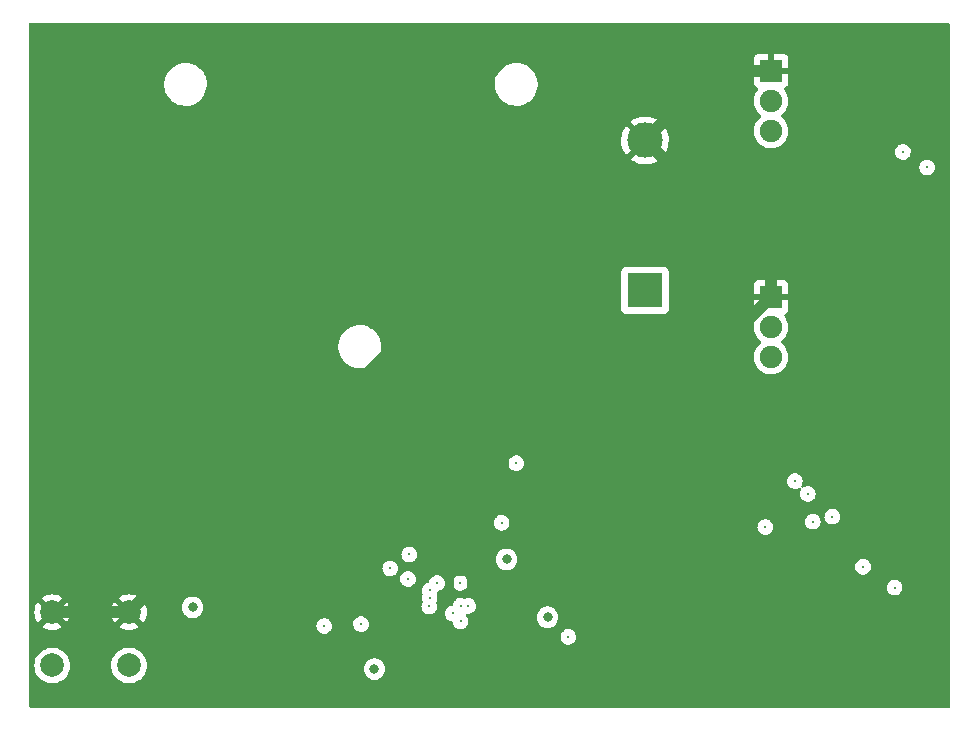
<source format=gbr>
%TF.GenerationSoftware,KiCad,Pcbnew,6.0.9-8da3e8f707~117~ubuntu22.04.1*%
%TF.CreationDate,2022-12-19T03:44:25-03:00*%
%TF.ProjectId,kiproject,6b697072-6f6a-4656-9374-2e6b69636164,rev?*%
%TF.SameCoordinates,Original*%
%TF.FileFunction,Copper,L2,Inr*%
%TF.FilePolarity,Positive*%
%FSLAX46Y46*%
G04 Gerber Fmt 4.6, Leading zero omitted, Abs format (unit mm)*
G04 Created by KiCad (PCBNEW 6.0.9-8da3e8f707~117~ubuntu22.04.1) date 2022-12-19 03:44:25*
%MOMM*%
%LPD*%
G01*
G04 APERTURE LIST*
%TA.AperFunction,ComponentPad*%
%ADD10C,2.000000*%
%TD*%
%TA.AperFunction,ComponentPad*%
%ADD11R,3.000000X3.000000*%
%TD*%
%TA.AperFunction,ComponentPad*%
%ADD12C,3.000000*%
%TD*%
%TA.AperFunction,ComponentPad*%
%ADD13R,1.905000X1.905000*%
%TD*%
%TA.AperFunction,ComponentPad*%
%ADD14C,1.905000*%
%TD*%
%TA.AperFunction,ViaPad*%
%ADD15C,0.800000*%
%TD*%
%TA.AperFunction,ViaPad*%
%ADD16C,0.300000*%
%TD*%
%TA.AperFunction,Conductor*%
%ADD17C,1.000000*%
%TD*%
%TA.AperFunction,Conductor*%
%ADD18C,0.200000*%
%TD*%
G04 APERTURE END LIST*
D10*
%TO.N,GND*%
%TO.C,SW1*%
X46177200Y-84552400D03*
X39677200Y-84552400D03*
%TO.N,Net-(R1-Pad2)*%
X39677200Y-89052400D03*
X46177200Y-89052400D03*
%TD*%
D11*
%TO.N,Net-(BT1-Pad1)*%
%TO.C,BT1*%
X89865200Y-57302400D03*
D12*
%TO.N,GND*%
X89865200Y-44602400D03*
%TD*%
D13*
%TO.N,GND*%
%TO.C,U1*%
X100533200Y-57861200D03*
D14*
%TO.N,VDD*%
X100533200Y-60401200D03*
%TO.N,Net-(BT1-Pad1)*%
X100533200Y-62941200D03*
%TD*%
D13*
%TO.N,GND*%
%TO.C,U2*%
X100533200Y-38709600D03*
D14*
%TO.N,VDDA*%
X100533200Y-41249600D03*
%TO.N,Net-(BT1-Pad1)*%
X100533200Y-43789600D03*
%TD*%
D15*
%TO.N,GND*%
X89650000Y-74825000D03*
X86500000Y-85725000D03*
D16*
X80725000Y-73950000D03*
D15*
X63347600Y-90271600D03*
D16*
X73575000Y-81375000D03*
D15*
X104325000Y-69850000D03*
D16*
X74875000Y-81375000D03*
X74900000Y-82725000D03*
D15*
X114250000Y-69850000D03*
D16*
X83700000Y-73950000D03*
D15*
X71625000Y-79425000D03*
X67818000Y-85496400D03*
D16*
X73575000Y-82725000D03*
D15*
X76475000Y-71025000D03*
D16*
%TO.N,RFSW PWR*%
X74250000Y-84000000D03*
X113750200Y-46875200D03*
X105725000Y-76450000D03*
X100050000Y-77325000D03*
%TO.N,Net-(C17-Pad1)*%
X102550000Y-73450000D03*
X111000000Y-82450000D03*
%TO.N,RFO HF*%
X69800000Y-81725000D03*
X62700000Y-85700000D03*
%TO.N,VR PA*%
X71625000Y-82700000D03*
X77725000Y-76975000D03*
%TO.N,RFI HF*%
X108325000Y-80700000D03*
X69900000Y-79650000D03*
%TO.N,PA BOOST*%
X71600000Y-84050000D03*
X71600000Y-84050000D03*
X78975000Y-71925000D03*
%TO.N,TXRX*%
X71625000Y-83325000D03*
X104075000Y-76875000D03*
%TO.N,BAND SEL*%
X74900000Y-84000000D03*
X103650000Y-74525000D03*
%TO.N,XTA*%
X111700000Y-45575000D03*
X74246650Y-85328350D03*
D15*
%TO.N,VDD*%
X78150000Y-80075000D03*
D16*
X83375000Y-86625000D03*
D15*
X81610200Y-84963000D03*
D16*
X73600000Y-84650000D03*
D15*
X51562000Y-84124800D03*
D16*
%TO.N,Net-(C3-Pad1)*%
X65825000Y-85550000D03*
X74225000Y-82050000D03*
D15*
%TO.N,VDDA*%
X66954400Y-89357200D03*
D16*
X72250000Y-82075000D03*
X68300000Y-80825000D03*
%TD*%
D17*
%TO.N,GND*%
X69748400Y-61010800D02*
X69718800Y-61010800D01*
X67818000Y-86004400D02*
X65684400Y-88138000D01*
D18*
X80725000Y-73950000D02*
X83700000Y-73950000D01*
D17*
X97688400Y-60706000D02*
X87506000Y-60706000D01*
X89650000Y-73275000D02*
X89650000Y-82575000D01*
X100533200Y-55270400D02*
X89865200Y-44602400D01*
X103150000Y-69850000D02*
X104325000Y-69850000D01*
D18*
X73575000Y-81375000D02*
X74875000Y-81375000D01*
X74875000Y-81375000D02*
X74875000Y-82700000D01*
X79400000Y-73950000D02*
X80725000Y-73950000D01*
D17*
X69014600Y-68260400D02*
X62469200Y-68260400D01*
X55560400Y-75169200D02*
X55560400Y-82484400D01*
X65684400Y-88138000D02*
X61214000Y-88138000D01*
X87506000Y-60706000D02*
X89650000Y-62850000D01*
X67818000Y-85496400D02*
X67818000Y-86004400D01*
X89650000Y-69850000D02*
X89650000Y-73275000D01*
X62469200Y-68260400D02*
X55560400Y-75169200D01*
X87506000Y-60706000D02*
X70053200Y-60706000D01*
X100533200Y-57861200D02*
X100533200Y-55270400D01*
X95758000Y-38709600D02*
X89865200Y-44602400D01*
X70053200Y-60706000D02*
X69748400Y-61010800D01*
X76475000Y-71025000D02*
X73710400Y-68260400D01*
X69014600Y-68260400D02*
X69014600Y-76814600D01*
X89650000Y-62850000D02*
X89650000Y-69850000D01*
X100533200Y-57861200D02*
X97688400Y-60706000D01*
D18*
X74875000Y-82700000D02*
X74900000Y-82725000D01*
D17*
X100533200Y-38709600D02*
X95758000Y-38709600D01*
D18*
X74875000Y-81375000D02*
X74900000Y-81375000D01*
X71625000Y-79425000D02*
X73575000Y-81375000D01*
X76475000Y-71025000D02*
X79400000Y-73950000D01*
D17*
X55560400Y-75169200D02*
X46177200Y-84552400D01*
X55560400Y-82484400D02*
X61214000Y-88138000D01*
X69014600Y-76814600D02*
X71625000Y-79425000D01*
X73710400Y-68260400D02*
X69014600Y-68260400D01*
X89650000Y-82575000D02*
X86500000Y-85725000D01*
X61214000Y-88138000D02*
X63347600Y-90271600D01*
D18*
X73575000Y-81375000D02*
X73575000Y-82725000D01*
D17*
X46177200Y-84552400D02*
X39677200Y-84552400D01*
X103150000Y-69850000D02*
X114250000Y-69850000D01*
X89650000Y-73275000D02*
X89650000Y-74825000D01*
X89650000Y-69850000D02*
X103150000Y-69850000D01*
X69718800Y-61010800D02*
X62469200Y-68260400D01*
X86500000Y-85725000D02*
X86450000Y-85775000D01*
%TD*%
%TA.AperFunction,Conductor*%
%TO.N,GND*%
G36*
X115629221Y-34650102D02*
G01*
X115675714Y-34703758D01*
X115687100Y-34756100D01*
X115687100Y-92497900D01*
X115667098Y-92566021D01*
X115613442Y-92612514D01*
X115561100Y-92623900D01*
X37854900Y-92623900D01*
X37786779Y-92603898D01*
X37740286Y-92550242D01*
X37728900Y-92497900D01*
X37728900Y-89052400D01*
X38164035Y-89052400D01*
X38182665Y-89289111D01*
X38183819Y-89293918D01*
X38183820Y-89293924D01*
X38200588Y-89363765D01*
X38238095Y-89519994D01*
X38239988Y-89524565D01*
X38239989Y-89524567D01*
X38251935Y-89553406D01*
X38328960Y-89739363D01*
X38331546Y-89743583D01*
X38450441Y-89937602D01*
X38450445Y-89937608D01*
X38453024Y-89941816D01*
X38607231Y-90122369D01*
X38787784Y-90276576D01*
X38791992Y-90279155D01*
X38791998Y-90279159D01*
X38986017Y-90398054D01*
X38990237Y-90400640D01*
X38994807Y-90402533D01*
X38994811Y-90402535D01*
X39205033Y-90489611D01*
X39209606Y-90491505D01*
X39289809Y-90510760D01*
X39435676Y-90545780D01*
X39435682Y-90545781D01*
X39440489Y-90546935D01*
X39677200Y-90565565D01*
X39913911Y-90546935D01*
X39918718Y-90545781D01*
X39918724Y-90545780D01*
X40064591Y-90510760D01*
X40144794Y-90491505D01*
X40149367Y-90489611D01*
X40359589Y-90402535D01*
X40359593Y-90402533D01*
X40364163Y-90400640D01*
X40368383Y-90398054D01*
X40562402Y-90279159D01*
X40562408Y-90279155D01*
X40566616Y-90276576D01*
X40747169Y-90122369D01*
X40901376Y-89941816D01*
X40903955Y-89937608D01*
X40903959Y-89937602D01*
X41022854Y-89743583D01*
X41025440Y-89739363D01*
X41102466Y-89553406D01*
X41114411Y-89524567D01*
X41114412Y-89524565D01*
X41116305Y-89519994D01*
X41153812Y-89363765D01*
X41170580Y-89293924D01*
X41170581Y-89293918D01*
X41171735Y-89289111D01*
X41190365Y-89052400D01*
X44664035Y-89052400D01*
X44682665Y-89289111D01*
X44683819Y-89293918D01*
X44683820Y-89293924D01*
X44700588Y-89363765D01*
X44738095Y-89519994D01*
X44739988Y-89524565D01*
X44739989Y-89524567D01*
X44751935Y-89553406D01*
X44828960Y-89739363D01*
X44831546Y-89743583D01*
X44950441Y-89937602D01*
X44950445Y-89937608D01*
X44953024Y-89941816D01*
X45107231Y-90122369D01*
X45287784Y-90276576D01*
X45291992Y-90279155D01*
X45291998Y-90279159D01*
X45486017Y-90398054D01*
X45490237Y-90400640D01*
X45494807Y-90402533D01*
X45494811Y-90402535D01*
X45705033Y-90489611D01*
X45709606Y-90491505D01*
X45789809Y-90510760D01*
X45935676Y-90545780D01*
X45935682Y-90545781D01*
X45940489Y-90546935D01*
X46177200Y-90565565D01*
X46413911Y-90546935D01*
X46418718Y-90545781D01*
X46418724Y-90545780D01*
X46564591Y-90510760D01*
X46644794Y-90491505D01*
X46649367Y-90489611D01*
X46859589Y-90402535D01*
X46859593Y-90402533D01*
X46864163Y-90400640D01*
X46868383Y-90398054D01*
X47062402Y-90279159D01*
X47062408Y-90279155D01*
X47066616Y-90276576D01*
X47247169Y-90122369D01*
X47401376Y-89941816D01*
X47403955Y-89937608D01*
X47403959Y-89937602D01*
X47522854Y-89743583D01*
X47525440Y-89739363D01*
X47602466Y-89553406D01*
X47614411Y-89524567D01*
X47614412Y-89524565D01*
X47616305Y-89519994D01*
X47653812Y-89363765D01*
X47655388Y-89357200D01*
X66040896Y-89357200D01*
X66060858Y-89547128D01*
X66119873Y-89728756D01*
X66215360Y-89894144D01*
X66219778Y-89899051D01*
X66219779Y-89899052D01*
X66338725Y-90031155D01*
X66343147Y-90036066D01*
X66497648Y-90148318D01*
X66503676Y-90151002D01*
X66503678Y-90151003D01*
X66666081Y-90223309D01*
X66672112Y-90225994D01*
X66765512Y-90245847D01*
X66852456Y-90264328D01*
X66852461Y-90264328D01*
X66858913Y-90265700D01*
X67049887Y-90265700D01*
X67056339Y-90264328D01*
X67056344Y-90264328D01*
X67143288Y-90245847D01*
X67236688Y-90225994D01*
X67242719Y-90223309D01*
X67405122Y-90151003D01*
X67405124Y-90151002D01*
X67411152Y-90148318D01*
X67565653Y-90036066D01*
X67570075Y-90031155D01*
X67689021Y-89899052D01*
X67689022Y-89899051D01*
X67693440Y-89894144D01*
X67788927Y-89728756D01*
X67847942Y-89547128D01*
X67867904Y-89357200D01*
X67847942Y-89167272D01*
X67788927Y-88985644D01*
X67693440Y-88820256D01*
X67565653Y-88678334D01*
X67466557Y-88606336D01*
X67416494Y-88569963D01*
X67416493Y-88569962D01*
X67411152Y-88566082D01*
X67405124Y-88563398D01*
X67405122Y-88563397D01*
X67242719Y-88491091D01*
X67242718Y-88491091D01*
X67236688Y-88488406D01*
X67143287Y-88468553D01*
X67056344Y-88450072D01*
X67056339Y-88450072D01*
X67049887Y-88448700D01*
X66858913Y-88448700D01*
X66852461Y-88450072D01*
X66852456Y-88450072D01*
X66765513Y-88468553D01*
X66672112Y-88488406D01*
X66666082Y-88491091D01*
X66666081Y-88491091D01*
X66503678Y-88563397D01*
X66503676Y-88563398D01*
X66497648Y-88566082D01*
X66492307Y-88569962D01*
X66492306Y-88569963D01*
X66442243Y-88606336D01*
X66343147Y-88678334D01*
X66215360Y-88820256D01*
X66119873Y-88985644D01*
X66060858Y-89167272D01*
X66040896Y-89357200D01*
X47655388Y-89357200D01*
X47670580Y-89293924D01*
X47670581Y-89293918D01*
X47671735Y-89289111D01*
X47690365Y-89052400D01*
X47671735Y-88815689D01*
X47616305Y-88584806D01*
X47610157Y-88569963D01*
X47527335Y-88370011D01*
X47527333Y-88370007D01*
X47525440Y-88365437D01*
X47522854Y-88361217D01*
X47403959Y-88167198D01*
X47403955Y-88167192D01*
X47401376Y-88162984D01*
X47247169Y-87982431D01*
X47066616Y-87828224D01*
X47062408Y-87825645D01*
X47062402Y-87825641D01*
X46868383Y-87706746D01*
X46864163Y-87704160D01*
X46859593Y-87702267D01*
X46859589Y-87702265D01*
X46649367Y-87615189D01*
X46649365Y-87615188D01*
X46644794Y-87613295D01*
X46564591Y-87594040D01*
X46418724Y-87559020D01*
X46418718Y-87559019D01*
X46413911Y-87557865D01*
X46177200Y-87539235D01*
X45940489Y-87557865D01*
X45935682Y-87559019D01*
X45935676Y-87559020D01*
X45789809Y-87594040D01*
X45709606Y-87613295D01*
X45705035Y-87615188D01*
X45705033Y-87615189D01*
X45494811Y-87702265D01*
X45494807Y-87702267D01*
X45490237Y-87704160D01*
X45486017Y-87706746D01*
X45291998Y-87825641D01*
X45291992Y-87825645D01*
X45287784Y-87828224D01*
X45107231Y-87982431D01*
X44953024Y-88162984D01*
X44950445Y-88167192D01*
X44950441Y-88167198D01*
X44831546Y-88361217D01*
X44828960Y-88365437D01*
X44827067Y-88370007D01*
X44827065Y-88370011D01*
X44744243Y-88569963D01*
X44738095Y-88584806D01*
X44682665Y-88815689D01*
X44664035Y-89052400D01*
X41190365Y-89052400D01*
X41171735Y-88815689D01*
X41116305Y-88584806D01*
X41110157Y-88569963D01*
X41027335Y-88370011D01*
X41027333Y-88370007D01*
X41025440Y-88365437D01*
X41022854Y-88361217D01*
X40903959Y-88167198D01*
X40903955Y-88167192D01*
X40901376Y-88162984D01*
X40747169Y-87982431D01*
X40566616Y-87828224D01*
X40562408Y-87825645D01*
X40562402Y-87825641D01*
X40368383Y-87706746D01*
X40364163Y-87704160D01*
X40359593Y-87702267D01*
X40359589Y-87702265D01*
X40149367Y-87615189D01*
X40149365Y-87615188D01*
X40144794Y-87613295D01*
X40064591Y-87594040D01*
X39918724Y-87559020D01*
X39918718Y-87559019D01*
X39913911Y-87557865D01*
X39677200Y-87539235D01*
X39440489Y-87557865D01*
X39435682Y-87559019D01*
X39435676Y-87559020D01*
X39289809Y-87594040D01*
X39209606Y-87613295D01*
X39205035Y-87615188D01*
X39205033Y-87615189D01*
X38994811Y-87702265D01*
X38994807Y-87702267D01*
X38990237Y-87704160D01*
X38986017Y-87706746D01*
X38791998Y-87825641D01*
X38791992Y-87825645D01*
X38787784Y-87828224D01*
X38607231Y-87982431D01*
X38453024Y-88162984D01*
X38450445Y-88167192D01*
X38450441Y-88167198D01*
X38331546Y-88361217D01*
X38328960Y-88365437D01*
X38327067Y-88370007D01*
X38327065Y-88370011D01*
X38244243Y-88569963D01*
X38238095Y-88584806D01*
X38182665Y-88815689D01*
X38164035Y-89052400D01*
X37728900Y-89052400D01*
X37728900Y-86618054D01*
X82711700Y-86618054D01*
X82729190Y-86776473D01*
X82731799Y-86783604D01*
X82731800Y-86783606D01*
X82736586Y-86796684D01*
X82783963Y-86926148D01*
X82788200Y-86932454D01*
X82788202Y-86932457D01*
X82829069Y-86993272D01*
X82872858Y-87058437D01*
X82990742Y-87165704D01*
X83130810Y-87241754D01*
X83284975Y-87282199D01*
X83366226Y-87283475D01*
X83436738Y-87284583D01*
X83436741Y-87284583D01*
X83444337Y-87284702D01*
X83451741Y-87283006D01*
X83451743Y-87283006D01*
X83509386Y-87269804D01*
X83599697Y-87249120D01*
X83621546Y-87238131D01*
X83735302Y-87180919D01*
X83735305Y-87180917D01*
X83742085Y-87177507D01*
X83863280Y-87073996D01*
X83956286Y-86944565D01*
X83963690Y-86926148D01*
X84012901Y-86803729D01*
X84015733Y-86796684D01*
X84038191Y-86638892D01*
X84038336Y-86625000D01*
X84037496Y-86618054D01*
X84020101Y-86474315D01*
X84020101Y-86474314D01*
X84019188Y-86466772D01*
X83977056Y-86355271D01*
X83965536Y-86324784D01*
X83965535Y-86324782D01*
X83962851Y-86317679D01*
X83906433Y-86235590D01*
X83876878Y-86192587D01*
X83876877Y-86192585D01*
X83872576Y-86186328D01*
X83866905Y-86181275D01*
X83759247Y-86085355D01*
X83759244Y-86085353D01*
X83753575Y-86080302D01*
X83690354Y-86046828D01*
X83619431Y-86009276D01*
X83619429Y-86009275D01*
X83612718Y-86005722D01*
X83602944Y-86003267D01*
X83465509Y-85968746D01*
X83465506Y-85968746D01*
X83458138Y-85966895D01*
X83450538Y-85966855D01*
X83450537Y-85966855D01*
X83385179Y-85966513D01*
X83298758Y-85966060D01*
X83291378Y-85967832D01*
X83291376Y-85967832D01*
X83151160Y-86001495D01*
X83151158Y-86001496D01*
X83143780Y-86003267D01*
X83002150Y-86076368D01*
X82996428Y-86081360D01*
X82996426Y-86081361D01*
X82972186Y-86102507D01*
X82882045Y-86181142D01*
X82861973Y-86209702D01*
X82835355Y-86247576D01*
X82790400Y-86311540D01*
X82732504Y-86460035D01*
X82711700Y-86618054D01*
X37728900Y-86618054D01*
X37728900Y-85785070D01*
X38809360Y-85785070D01*
X38815087Y-85792720D01*
X38986242Y-85897605D01*
X38995037Y-85902087D01*
X39205188Y-85989134D01*
X39214573Y-85992183D01*
X39435754Y-86045285D01*
X39445501Y-86046828D01*
X39672270Y-86064675D01*
X39682130Y-86064675D01*
X39908899Y-86046828D01*
X39918646Y-86045285D01*
X40139827Y-85992183D01*
X40149212Y-85989134D01*
X40359363Y-85902087D01*
X40368158Y-85897605D01*
X40535645Y-85794968D01*
X40544600Y-85785070D01*
X45309360Y-85785070D01*
X45315087Y-85792720D01*
X45486242Y-85897605D01*
X45495037Y-85902087D01*
X45705188Y-85989134D01*
X45714573Y-85992183D01*
X45935754Y-86045285D01*
X45945501Y-86046828D01*
X46172270Y-86064675D01*
X46182130Y-86064675D01*
X46408899Y-86046828D01*
X46418646Y-86045285D01*
X46639827Y-85992183D01*
X46649212Y-85989134D01*
X46859363Y-85902087D01*
X46868158Y-85897605D01*
X47035645Y-85794968D01*
X47045107Y-85784510D01*
X47041324Y-85775734D01*
X46958644Y-85693054D01*
X62036700Y-85693054D01*
X62045445Y-85772264D01*
X62052169Y-85833166D01*
X62054190Y-85851473D01*
X62056799Y-85858604D01*
X62056800Y-85858606D01*
X62071072Y-85897605D01*
X62108963Y-86001148D01*
X62113200Y-86007454D01*
X62113202Y-86007457D01*
X62138622Y-86045285D01*
X62197858Y-86133437D01*
X62315742Y-86240704D01*
X62328399Y-86247576D01*
X62434757Y-86305323D01*
X62455810Y-86316754D01*
X62609975Y-86357199D01*
X62691226Y-86358475D01*
X62761738Y-86359583D01*
X62761741Y-86359583D01*
X62769337Y-86359702D01*
X62776741Y-86358006D01*
X62776743Y-86358006D01*
X62834386Y-86344804D01*
X62924697Y-86324120D01*
X62962071Y-86305323D01*
X63060302Y-86255919D01*
X63060305Y-86255917D01*
X63067085Y-86252507D01*
X63188280Y-86148996D01*
X63248871Y-86064675D01*
X63276852Y-86025736D01*
X63276853Y-86025734D01*
X63281286Y-86019565D01*
X63287595Y-86003872D01*
X63337901Y-85878729D01*
X63340733Y-85871684D01*
X63363191Y-85713892D01*
X63363336Y-85700000D01*
X63362496Y-85693054D01*
X63345101Y-85549315D01*
X63345101Y-85549314D01*
X63344343Y-85543054D01*
X65161700Y-85543054D01*
X65162534Y-85550604D01*
X65178261Y-85693054D01*
X65179190Y-85701473D01*
X65181799Y-85708604D01*
X65181800Y-85708606D01*
X65185227Y-85717971D01*
X65233963Y-85851148D01*
X65238200Y-85857454D01*
X65238202Y-85857457D01*
X65265181Y-85897605D01*
X65322858Y-85983437D01*
X65440742Y-86090704D01*
X65453399Y-86097576D01*
X65548104Y-86148996D01*
X65580810Y-86166754D01*
X65734975Y-86207199D01*
X65816226Y-86208475D01*
X65886738Y-86209583D01*
X65886741Y-86209583D01*
X65894337Y-86209702D01*
X65901741Y-86208006D01*
X65901743Y-86208006D01*
X65991905Y-86187356D01*
X66049697Y-86174120D01*
X66120423Y-86138549D01*
X66185302Y-86105919D01*
X66185305Y-86105917D01*
X66192085Y-86102507D01*
X66313280Y-85998996D01*
X66367776Y-85923157D01*
X66401852Y-85875736D01*
X66401853Y-85875734D01*
X66406286Y-85869565D01*
X66410692Y-85858606D01*
X66462901Y-85728729D01*
X66465733Y-85721684D01*
X66488191Y-85563892D01*
X66488336Y-85550000D01*
X66487496Y-85543054D01*
X66470101Y-85399315D01*
X66470101Y-85399314D01*
X66469188Y-85391772D01*
X66452014Y-85346321D01*
X66415536Y-85249784D01*
X66415535Y-85249782D01*
X66412851Y-85242679D01*
X66353526Y-85156361D01*
X66326878Y-85117587D01*
X66326877Y-85117585D01*
X66322576Y-85111328D01*
X66316905Y-85106275D01*
X66209247Y-85010355D01*
X66209244Y-85010353D01*
X66203575Y-85005302D01*
X66184054Y-84994966D01*
X66069431Y-84934276D01*
X66069429Y-84934275D01*
X66062718Y-84930722D01*
X66052944Y-84928267D01*
X65915509Y-84893746D01*
X65915506Y-84893746D01*
X65908138Y-84891895D01*
X65900538Y-84891855D01*
X65900537Y-84891855D01*
X65835179Y-84891513D01*
X65748758Y-84891060D01*
X65741378Y-84892832D01*
X65741376Y-84892832D01*
X65601160Y-84926495D01*
X65601158Y-84926496D01*
X65593780Y-84928267D01*
X65587035Y-84931748D01*
X65587036Y-84931748D01*
X65464554Y-84994966D01*
X65452150Y-85001368D01*
X65446428Y-85006360D01*
X65446426Y-85006361D01*
X65406650Y-85041060D01*
X65332045Y-85106142D01*
X65240400Y-85236540D01*
X65182504Y-85385035D01*
X65181513Y-85392562D01*
X65162756Y-85535035D01*
X65161700Y-85543054D01*
X63344343Y-85543054D01*
X63344188Y-85541772D01*
X63298291Y-85420307D01*
X63290536Y-85399784D01*
X63290535Y-85399782D01*
X63287851Y-85392679D01*
X63197576Y-85261328D01*
X63191905Y-85256275D01*
X63084247Y-85160355D01*
X63084244Y-85160353D01*
X63078575Y-85155302D01*
X63007344Y-85117587D01*
X62944431Y-85084276D01*
X62944429Y-85084275D01*
X62937718Y-85080722D01*
X62927944Y-85078267D01*
X62790509Y-85043746D01*
X62790506Y-85043746D01*
X62783138Y-85041895D01*
X62775538Y-85041855D01*
X62775537Y-85041855D01*
X62710179Y-85041513D01*
X62623758Y-85041060D01*
X62616378Y-85042832D01*
X62616376Y-85042832D01*
X62476160Y-85076495D01*
X62476158Y-85076496D01*
X62468780Y-85078267D01*
X62327150Y-85151368D01*
X62321428Y-85156360D01*
X62321426Y-85156361D01*
X62305652Y-85170122D01*
X62207045Y-85256142D01*
X62198233Y-85268680D01*
X62147225Y-85341258D01*
X62115400Y-85386540D01*
X62057504Y-85535035D01*
X62056513Y-85542562D01*
X62042643Y-85647915D01*
X62036700Y-85693054D01*
X46958644Y-85693054D01*
X46190012Y-84924422D01*
X46176068Y-84916808D01*
X46174235Y-84916939D01*
X46167620Y-84921190D01*
X45316120Y-85772690D01*
X45309360Y-85785070D01*
X40544600Y-85785070D01*
X40545107Y-85784510D01*
X40541324Y-85775734D01*
X39690012Y-84924422D01*
X39676068Y-84916808D01*
X39674235Y-84916939D01*
X39667620Y-84921190D01*
X38816120Y-85772690D01*
X38809360Y-85785070D01*
X37728900Y-85785070D01*
X37728900Y-84557330D01*
X38164925Y-84557330D01*
X38182772Y-84784099D01*
X38184315Y-84793846D01*
X38237417Y-85015027D01*
X38240466Y-85024412D01*
X38327513Y-85234563D01*
X38331995Y-85243358D01*
X38434632Y-85410845D01*
X38445090Y-85420307D01*
X38453866Y-85416524D01*
X39305178Y-84565212D01*
X39311556Y-84553532D01*
X40041608Y-84553532D01*
X40041739Y-84555365D01*
X40045990Y-84561980D01*
X40897490Y-85413480D01*
X40909870Y-85420240D01*
X40917520Y-85414513D01*
X41022405Y-85243358D01*
X41026887Y-85234563D01*
X41113934Y-85024412D01*
X41116983Y-85015027D01*
X41170085Y-84793846D01*
X41171628Y-84784099D01*
X41189475Y-84557330D01*
X44664925Y-84557330D01*
X44682772Y-84784099D01*
X44684315Y-84793846D01*
X44737417Y-85015027D01*
X44740466Y-85024412D01*
X44827513Y-85234563D01*
X44831995Y-85243358D01*
X44934632Y-85410845D01*
X44945090Y-85420307D01*
X44953866Y-85416524D01*
X45805178Y-84565212D01*
X45811556Y-84553532D01*
X46541608Y-84553532D01*
X46541739Y-84555365D01*
X46545990Y-84561980D01*
X47397490Y-85413480D01*
X47409870Y-85420240D01*
X47417520Y-85414513D01*
X47522405Y-85243358D01*
X47526887Y-85234563D01*
X47613934Y-85024412D01*
X47616983Y-85015027D01*
X47670085Y-84793846D01*
X47671628Y-84784099D01*
X47689475Y-84557330D01*
X47689475Y-84547470D01*
X47671628Y-84320701D01*
X47670085Y-84310954D01*
X47625392Y-84124800D01*
X50648496Y-84124800D01*
X50649186Y-84131365D01*
X50665759Y-84289045D01*
X50668458Y-84314728D01*
X50727473Y-84496356D01*
X50730776Y-84502078D01*
X50730777Y-84502079D01*
X50759892Y-84552507D01*
X50822960Y-84661744D01*
X50827378Y-84666651D01*
X50827379Y-84666652D01*
X50917547Y-84766794D01*
X50950747Y-84803666D01*
X51049843Y-84875664D01*
X51077747Y-84895937D01*
X51105248Y-84915918D01*
X51111276Y-84918602D01*
X51111278Y-84918603D01*
X51273681Y-84990909D01*
X51279712Y-84993594D01*
X51358566Y-85010355D01*
X51460056Y-85031928D01*
X51460061Y-85031928D01*
X51466513Y-85033300D01*
X51657487Y-85033300D01*
X51663939Y-85031928D01*
X51663944Y-85031928D01*
X51765434Y-85010355D01*
X51844288Y-84993594D01*
X51850319Y-84990909D01*
X52012722Y-84918603D01*
X52012724Y-84918602D01*
X52018752Y-84915918D01*
X52046254Y-84895937D01*
X52074157Y-84875664D01*
X52173253Y-84803666D01*
X52206453Y-84766794D01*
X52296621Y-84666652D01*
X52296622Y-84666651D01*
X52301040Y-84661744D01*
X52364108Y-84552507D01*
X52393223Y-84502079D01*
X52393224Y-84502078D01*
X52396527Y-84496356D01*
X52455542Y-84314728D01*
X52458242Y-84289045D01*
X52474814Y-84131365D01*
X52475504Y-84124800D01*
X52472571Y-84096891D01*
X52466913Y-84043054D01*
X70936700Y-84043054D01*
X70942644Y-84096891D01*
X70952702Y-84187992D01*
X70954190Y-84201473D01*
X70956799Y-84208604D01*
X70956800Y-84208606D01*
X70961586Y-84221684D01*
X71008963Y-84351148D01*
X71013200Y-84357454D01*
X71013202Y-84357457D01*
X71054069Y-84418272D01*
X71097858Y-84483437D01*
X71215742Y-84590704D01*
X71228399Y-84597576D01*
X71346583Y-84661744D01*
X71355810Y-84666754D01*
X71509975Y-84707199D01*
X71591226Y-84708475D01*
X71661738Y-84709583D01*
X71661741Y-84709583D01*
X71669337Y-84709702D01*
X71676741Y-84708006D01*
X71676743Y-84708006D01*
X71768778Y-84686927D01*
X71824697Y-84674120D01*
X71856096Y-84658328D01*
X71886466Y-84643054D01*
X72936700Y-84643054D01*
X72939663Y-84669892D01*
X72953348Y-84793846D01*
X72954190Y-84801473D01*
X72956799Y-84808604D01*
X72956800Y-84808606D01*
X72978045Y-84866661D01*
X73008963Y-84951148D01*
X73013200Y-84957454D01*
X73013202Y-84957457D01*
X73042964Y-85001747D01*
X73097858Y-85083437D01*
X73215742Y-85190704D01*
X73355810Y-85266754D01*
X73500162Y-85304625D01*
X73560976Y-85341258D01*
X73592331Y-85404955D01*
X73593426Y-85412672D01*
X73594262Y-85420240D01*
X73600840Y-85479823D01*
X73603449Y-85486954D01*
X73603450Y-85486956D01*
X73608203Y-85499944D01*
X73655613Y-85629498D01*
X73659850Y-85635804D01*
X73659852Y-85635807D01*
X73693260Y-85685523D01*
X73744508Y-85761787D01*
X73862392Y-85869054D01*
X74002460Y-85945104D01*
X74156625Y-85985549D01*
X74237876Y-85986825D01*
X74308388Y-85987933D01*
X74308391Y-85987933D01*
X74315987Y-85988052D01*
X74323391Y-85986356D01*
X74323393Y-85986356D01*
X74400282Y-85968746D01*
X74471347Y-85952470D01*
X74493196Y-85941481D01*
X74606952Y-85884269D01*
X74606955Y-85884267D01*
X74613735Y-85880857D01*
X74714297Y-85794968D01*
X74729152Y-85782281D01*
X74734930Y-85777346D01*
X74827936Y-85647915D01*
X74835340Y-85629498D01*
X74884551Y-85507079D01*
X74887383Y-85500034D01*
X74909841Y-85342242D01*
X74909986Y-85328350D01*
X74909146Y-85321404D01*
X74891751Y-85177665D01*
X74891751Y-85177664D01*
X74890838Y-85170122D01*
X74888153Y-85163016D01*
X74837186Y-85028134D01*
X74837185Y-85028132D01*
X74834501Y-85021029D01*
X74794619Y-84963000D01*
X80696696Y-84963000D01*
X80697386Y-84969565D01*
X80712944Y-85117587D01*
X80716658Y-85152928D01*
X80775673Y-85334556D01*
X80778976Y-85340278D01*
X80778977Y-85340279D01*
X80800733Y-85377961D01*
X80871160Y-85499944D01*
X80875578Y-85504851D01*
X80875579Y-85504852D01*
X80987811Y-85629498D01*
X80998947Y-85641866D01*
X81153448Y-85754118D01*
X81159476Y-85756802D01*
X81159478Y-85756803D01*
X81245199Y-85794968D01*
X81327912Y-85831794D01*
X81418965Y-85851148D01*
X81508256Y-85870128D01*
X81508261Y-85870128D01*
X81514713Y-85871500D01*
X81705687Y-85871500D01*
X81712139Y-85870128D01*
X81712144Y-85870128D01*
X81801435Y-85851148D01*
X81892488Y-85831794D01*
X81975201Y-85794968D01*
X82060922Y-85756803D01*
X82060924Y-85756802D01*
X82066952Y-85754118D01*
X82221453Y-85641866D01*
X82232589Y-85629498D01*
X82344821Y-85504852D01*
X82344822Y-85504851D01*
X82349240Y-85499944D01*
X82419667Y-85377961D01*
X82441423Y-85340279D01*
X82441424Y-85340278D01*
X82444727Y-85334556D01*
X82503742Y-85152928D01*
X82507457Y-85117587D01*
X82523014Y-84969565D01*
X82523704Y-84963000D01*
X82520419Y-84931748D01*
X82504432Y-84779635D01*
X82504432Y-84779633D01*
X82503742Y-84773072D01*
X82444727Y-84591444D01*
X82422839Y-84553532D01*
X82385320Y-84488549D01*
X82349240Y-84426056D01*
X82275015Y-84343620D01*
X82225875Y-84289045D01*
X82225874Y-84289044D01*
X82221453Y-84284134D01*
X82097289Y-84193923D01*
X82072294Y-84175763D01*
X82072293Y-84175762D01*
X82066952Y-84171882D01*
X82060924Y-84169198D01*
X82060922Y-84169197D01*
X81898519Y-84096891D01*
X81898518Y-84096891D01*
X81892488Y-84094206D01*
X81799088Y-84074353D01*
X81712144Y-84055872D01*
X81712139Y-84055872D01*
X81705687Y-84054500D01*
X81514713Y-84054500D01*
X81508261Y-84055872D01*
X81508256Y-84055872D01*
X81421312Y-84074353D01*
X81327912Y-84094206D01*
X81321882Y-84096891D01*
X81321881Y-84096891D01*
X81159478Y-84169197D01*
X81159476Y-84169198D01*
X81153448Y-84171882D01*
X81148107Y-84175762D01*
X81148106Y-84175763D01*
X81123111Y-84193923D01*
X80998947Y-84284134D01*
X80994526Y-84289044D01*
X80994525Y-84289045D01*
X80945386Y-84343620D01*
X80871160Y-84426056D01*
X80835080Y-84488549D01*
X80797562Y-84553532D01*
X80775673Y-84591444D01*
X80716658Y-84773072D01*
X80715968Y-84779633D01*
X80715968Y-84779635D01*
X80699981Y-84931748D01*
X80696696Y-84963000D01*
X74794619Y-84963000D01*
X74771163Y-84928872D01*
X74748528Y-84895937D01*
X74748527Y-84895935D01*
X74744226Y-84889678D01*
X74730398Y-84877357D01*
X74692842Y-84817108D01*
X74693821Y-84746118D01*
X74733025Y-84686927D01*
X74798007Y-84658328D01*
X74816195Y-84657297D01*
X74961738Y-84659583D01*
X74961741Y-84659583D01*
X74969337Y-84659702D01*
X74976741Y-84658006D01*
X74976743Y-84658006D01*
X75042026Y-84643054D01*
X75124697Y-84624120D01*
X75167670Y-84602507D01*
X75260302Y-84555919D01*
X75260305Y-84555917D01*
X75267085Y-84552507D01*
X75388280Y-84448996D01*
X75481286Y-84319565D01*
X75540733Y-84171684D01*
X75563191Y-84013892D01*
X75563336Y-84000000D01*
X75562805Y-83995606D01*
X75545101Y-83849315D01*
X75545101Y-83849314D01*
X75544188Y-83841772D01*
X75512390Y-83757620D01*
X75490536Y-83699784D01*
X75490535Y-83699782D01*
X75487851Y-83692679D01*
X75397576Y-83561328D01*
X75391905Y-83556275D01*
X75284247Y-83460355D01*
X75284244Y-83460353D01*
X75278575Y-83455302D01*
X75260882Y-83445934D01*
X75144431Y-83384276D01*
X75144429Y-83384275D01*
X75137718Y-83380722D01*
X75127944Y-83378267D01*
X74990509Y-83343746D01*
X74990506Y-83343746D01*
X74983138Y-83341895D01*
X74975538Y-83341855D01*
X74975537Y-83341855D01*
X74910179Y-83341513D01*
X74823758Y-83341060D01*
X74816378Y-83342832D01*
X74816376Y-83342832D01*
X74676160Y-83376495D01*
X74676158Y-83376496D01*
X74668780Y-83378267D01*
X74662038Y-83381747D01*
X74662032Y-83381749D01*
X74633280Y-83396589D01*
X74563573Y-83410058D01*
X74516533Y-83395978D01*
X74494433Y-83384277D01*
X74494430Y-83384276D01*
X74487718Y-83380722D01*
X74440196Y-83368785D01*
X74340509Y-83343746D01*
X74340506Y-83343746D01*
X74333138Y-83341895D01*
X74325538Y-83341855D01*
X74325537Y-83341855D01*
X74260179Y-83341513D01*
X74173758Y-83341060D01*
X74166378Y-83342832D01*
X74166376Y-83342832D01*
X74026160Y-83376495D01*
X74026158Y-83376496D01*
X74018780Y-83378267D01*
X73877150Y-83451368D01*
X73871428Y-83456360D01*
X73871426Y-83456361D01*
X73840195Y-83483606D01*
X73757045Y-83556142D01*
X73718366Y-83611177D01*
X73677672Y-83669079D01*
X73665400Y-83686540D01*
X73607504Y-83835035D01*
X73606513Y-83842563D01*
X73600329Y-83889533D01*
X73571606Y-83954461D01*
X73512341Y-83993552D01*
X73504821Y-83995606D01*
X73376160Y-84026495D01*
X73376158Y-84026496D01*
X73368780Y-84028267D01*
X73227150Y-84101368D01*
X73221428Y-84106360D01*
X73221426Y-84106361D01*
X73155164Y-84164165D01*
X73107045Y-84206142D01*
X73096122Y-84221684D01*
X73026532Y-84320701D01*
X73015400Y-84336540D01*
X72957504Y-84485035D01*
X72956513Y-84492562D01*
X72938970Y-84625815D01*
X72936700Y-84643054D01*
X71886466Y-84643054D01*
X71960302Y-84605919D01*
X71960305Y-84605917D01*
X71967085Y-84602507D01*
X72088280Y-84498996D01*
X72181286Y-84369565D01*
X72188690Y-84351148D01*
X72237901Y-84228729D01*
X72240733Y-84221684D01*
X72263191Y-84063892D01*
X72263336Y-84050000D01*
X72262496Y-84043054D01*
X72245101Y-83899315D01*
X72245101Y-83899314D01*
X72244188Y-83891772D01*
X72193496Y-83757618D01*
X72188128Y-83686826D01*
X72200949Y-83652378D01*
X72201852Y-83650736D01*
X72206286Y-83644565D01*
X72213690Y-83626148D01*
X72262901Y-83503729D01*
X72265733Y-83496684D01*
X72288191Y-83338892D01*
X72288336Y-83325000D01*
X72287699Y-83319730D01*
X72270101Y-83174315D01*
X72270101Y-83174314D01*
X72269188Y-83166772D01*
X72247578Y-83109583D01*
X72227402Y-83056187D01*
X72222034Y-82985394D01*
X72228360Y-82964654D01*
X72262901Y-82878729D01*
X72265733Y-82871684D01*
X72271878Y-82828509D01*
X72301280Y-82763887D01*
X72360951Y-82725418D01*
X72368492Y-82723444D01*
X72474697Y-82699120D01*
X72501732Y-82685523D01*
X72610302Y-82630919D01*
X72610305Y-82630917D01*
X72617085Y-82627507D01*
X72738280Y-82523996D01*
X72831286Y-82394565D01*
X72890733Y-82246684D01*
X72913191Y-82088892D01*
X72913336Y-82075000D01*
X72912486Y-82067971D01*
X72909471Y-82043054D01*
X73561700Y-82043054D01*
X73562576Y-82050988D01*
X73574439Y-82158437D01*
X73579190Y-82201473D01*
X73581799Y-82208604D01*
X73581800Y-82208606D01*
X73586586Y-82221684D01*
X73633963Y-82351148D01*
X73638200Y-82357454D01*
X73638202Y-82357457D01*
X73658403Y-82387518D01*
X73722858Y-82483437D01*
X73840742Y-82590704D01*
X73980810Y-82666754D01*
X74134975Y-82707199D01*
X74216226Y-82708475D01*
X74286738Y-82709583D01*
X74286741Y-82709583D01*
X74294337Y-82709702D01*
X74301741Y-82708006D01*
X74301743Y-82708006D01*
X74367026Y-82693054D01*
X74449697Y-82674120D01*
X74471546Y-82663131D01*
X74585302Y-82605919D01*
X74585305Y-82605917D01*
X74592085Y-82602507D01*
X74713280Y-82498996D01*
X74753479Y-82443054D01*
X110336700Y-82443054D01*
X110354190Y-82601473D01*
X110356799Y-82608604D01*
X110356800Y-82608606D01*
X110378045Y-82666661D01*
X110408963Y-82751148D01*
X110413200Y-82757454D01*
X110413202Y-82757457D01*
X110454069Y-82818272D01*
X110497858Y-82883437D01*
X110615742Y-82990704D01*
X110755810Y-83066754D01*
X110909975Y-83107199D01*
X110991226Y-83108475D01*
X111061738Y-83109583D01*
X111061741Y-83109583D01*
X111069337Y-83109702D01*
X111076741Y-83108006D01*
X111076743Y-83108006D01*
X111134386Y-83094804D01*
X111224697Y-83074120D01*
X111260353Y-83056187D01*
X111360302Y-83005919D01*
X111360305Y-83005917D01*
X111367085Y-83002507D01*
X111488280Y-82898996D01*
X111581286Y-82769565D01*
X111588690Y-82751148D01*
X111637901Y-82628729D01*
X111640733Y-82621684D01*
X111663191Y-82463892D01*
X111663336Y-82450000D01*
X111662496Y-82443054D01*
X111645101Y-82299315D01*
X111645101Y-82299314D01*
X111644188Y-82291772D01*
X111633073Y-82262356D01*
X111590536Y-82149784D01*
X111590535Y-82149782D01*
X111587851Y-82142679D01*
X111541337Y-82075000D01*
X111501878Y-82017587D01*
X111501877Y-82017585D01*
X111497576Y-82011328D01*
X111491905Y-82006275D01*
X111384247Y-81910355D01*
X111384244Y-81910353D01*
X111378575Y-81905302D01*
X111364567Y-81897885D01*
X111244431Y-81834276D01*
X111244429Y-81834275D01*
X111237718Y-81830722D01*
X111227944Y-81828267D01*
X111090509Y-81793746D01*
X111090506Y-81793746D01*
X111083138Y-81791895D01*
X111075538Y-81791855D01*
X111075537Y-81791855D01*
X111010179Y-81791513D01*
X110923758Y-81791060D01*
X110916378Y-81792832D01*
X110916376Y-81792832D01*
X110776160Y-81826495D01*
X110776158Y-81826496D01*
X110768780Y-81828267D01*
X110627150Y-81901368D01*
X110621428Y-81906360D01*
X110621426Y-81906361D01*
X110616848Y-81910355D01*
X110507045Y-82006142D01*
X110498000Y-82019012D01*
X110461528Y-82070907D01*
X110415400Y-82136540D01*
X110357504Y-82285035D01*
X110356513Y-82292562D01*
X110343084Y-82394565D01*
X110336700Y-82443054D01*
X74753479Y-82443054D01*
X74789001Y-82393620D01*
X74801852Y-82375736D01*
X74801853Y-82375734D01*
X74806286Y-82369565D01*
X74813690Y-82351148D01*
X74862901Y-82228729D01*
X74865733Y-82221684D01*
X74888191Y-82063892D01*
X74888336Y-82050000D01*
X74887679Y-82044565D01*
X74870101Y-81899315D01*
X74870101Y-81899314D01*
X74869188Y-81891772D01*
X74846507Y-81831748D01*
X74815536Y-81749784D01*
X74815535Y-81749782D01*
X74812851Y-81742679D01*
X74736194Y-81631142D01*
X74726878Y-81617587D01*
X74726877Y-81617585D01*
X74722576Y-81611328D01*
X74716905Y-81606275D01*
X74609247Y-81510355D01*
X74609244Y-81510353D01*
X74603575Y-81505302D01*
X74589567Y-81497885D01*
X74469431Y-81434276D01*
X74469429Y-81434275D01*
X74462718Y-81430722D01*
X74452944Y-81428267D01*
X74315509Y-81393746D01*
X74315506Y-81393746D01*
X74308138Y-81391895D01*
X74300538Y-81391855D01*
X74300537Y-81391855D01*
X74235179Y-81391513D01*
X74148758Y-81391060D01*
X74141378Y-81392832D01*
X74141376Y-81392832D01*
X74001160Y-81426495D01*
X74001158Y-81426496D01*
X73993780Y-81428267D01*
X73905012Y-81474084D01*
X73889059Y-81482318D01*
X73852150Y-81501368D01*
X73846428Y-81506360D01*
X73846426Y-81506361D01*
X73823492Y-81526368D01*
X73732045Y-81606142D01*
X73640400Y-81736540D01*
X73582504Y-81885035D01*
X73581513Y-81892562D01*
X73563926Y-82026148D01*
X73561700Y-82043054D01*
X72909471Y-82043054D01*
X72895101Y-81924315D01*
X72895101Y-81924314D01*
X72894188Y-81916772D01*
X72887051Y-81897885D01*
X72840536Y-81774784D01*
X72840535Y-81774782D01*
X72837851Y-81767679D01*
X72747576Y-81636328D01*
X72741905Y-81631275D01*
X72634247Y-81535355D01*
X72634244Y-81535353D01*
X72628575Y-81530302D01*
X72590902Y-81510355D01*
X72494431Y-81459276D01*
X72494429Y-81459275D01*
X72487718Y-81455722D01*
X72477944Y-81453267D01*
X72340509Y-81418746D01*
X72340506Y-81418746D01*
X72333138Y-81416895D01*
X72325538Y-81416855D01*
X72325537Y-81416855D01*
X72260179Y-81416513D01*
X72173758Y-81416060D01*
X72166378Y-81417832D01*
X72166376Y-81417832D01*
X72026160Y-81451495D01*
X72026158Y-81451496D01*
X72018780Y-81453267D01*
X71877150Y-81526368D01*
X71871428Y-81531360D01*
X71871426Y-81531361D01*
X71830834Y-81566772D01*
X71757045Y-81631142D01*
X71718366Y-81686177D01*
X71678656Y-81742679D01*
X71665400Y-81761540D01*
X71607504Y-81910035D01*
X71606513Y-81917562D01*
X71602912Y-81944915D01*
X71574190Y-82009842D01*
X71514925Y-82048934D01*
X71507404Y-82050988D01*
X71401160Y-82076495D01*
X71401158Y-82076496D01*
X71393780Y-82078267D01*
X71387035Y-82081748D01*
X71387036Y-82081748D01*
X71268985Y-82142679D01*
X71252150Y-82151368D01*
X71246428Y-82156360D01*
X71246426Y-82156361D01*
X71233288Y-82167822D01*
X71132045Y-82256142D01*
X71040400Y-82386540D01*
X70982504Y-82535035D01*
X70981513Y-82542562D01*
X70963970Y-82675815D01*
X70961700Y-82693054D01*
X70962534Y-82700604D01*
X70976655Y-82828509D01*
X70979190Y-82851473D01*
X70981799Y-82858604D01*
X70981800Y-82858606D01*
X71022679Y-82970313D01*
X71027305Y-83041159D01*
X71021746Y-83059383D01*
X70985263Y-83152958D01*
X70982504Y-83160035D01*
X70981513Y-83167562D01*
X70970050Y-83254634D01*
X70961700Y-83318054D01*
X70968152Y-83376495D01*
X70977411Y-83460355D01*
X70979190Y-83476473D01*
X70981799Y-83483604D01*
X70981800Y-83483606D01*
X71031535Y-83619514D01*
X71036161Y-83690360D01*
X71021810Y-83722803D01*
X71023357Y-83723632D01*
X71019768Y-83730324D01*
X71015400Y-83736540D01*
X71012641Y-83743615D01*
X71012640Y-83743618D01*
X70960262Y-83877961D01*
X70957504Y-83885035D01*
X70956513Y-83892562D01*
X70938647Y-84028267D01*
X70936700Y-84043054D01*
X52466913Y-84043054D01*
X52456232Y-83941435D01*
X52456232Y-83941433D01*
X52455542Y-83934872D01*
X52396527Y-83753244D01*
X52390970Y-83743618D01*
X52356872Y-83684560D01*
X52301040Y-83587856D01*
X52272605Y-83556275D01*
X52177675Y-83450845D01*
X52177674Y-83450844D01*
X52173253Y-83445934D01*
X52018752Y-83333682D01*
X52012724Y-83330998D01*
X52012722Y-83330997D01*
X51850319Y-83258691D01*
X51850318Y-83258691D01*
X51844288Y-83256006D01*
X51750887Y-83236153D01*
X51663944Y-83217672D01*
X51663939Y-83217672D01*
X51657487Y-83216300D01*
X51466513Y-83216300D01*
X51460061Y-83217672D01*
X51460056Y-83217672D01*
X51373113Y-83236153D01*
X51279712Y-83256006D01*
X51273682Y-83258691D01*
X51273681Y-83258691D01*
X51111278Y-83330997D01*
X51111276Y-83330998D01*
X51105248Y-83333682D01*
X50950747Y-83445934D01*
X50946326Y-83450844D01*
X50946325Y-83450845D01*
X50851396Y-83556275D01*
X50822960Y-83587856D01*
X50767128Y-83684560D01*
X50733031Y-83743618D01*
X50727473Y-83753244D01*
X50668458Y-83934872D01*
X50667768Y-83941433D01*
X50667768Y-83941435D01*
X50651429Y-84096891D01*
X50648496Y-84124800D01*
X47625392Y-84124800D01*
X47616983Y-84089773D01*
X47613934Y-84080388D01*
X47526887Y-83870237D01*
X47522405Y-83861442D01*
X47419768Y-83693955D01*
X47409310Y-83684493D01*
X47400534Y-83688276D01*
X46549222Y-84539588D01*
X46541608Y-84553532D01*
X45811556Y-84553532D01*
X45812792Y-84551268D01*
X45812661Y-84549435D01*
X45808410Y-84542820D01*
X44956910Y-83691320D01*
X44944530Y-83684560D01*
X44936880Y-83690287D01*
X44831995Y-83861442D01*
X44827513Y-83870237D01*
X44740466Y-84080388D01*
X44737417Y-84089773D01*
X44684315Y-84310954D01*
X44682772Y-84320701D01*
X44664925Y-84547470D01*
X44664925Y-84557330D01*
X41189475Y-84557330D01*
X41189475Y-84547470D01*
X41171628Y-84320701D01*
X41170085Y-84310954D01*
X41116983Y-84089773D01*
X41113934Y-84080388D01*
X41026887Y-83870237D01*
X41022405Y-83861442D01*
X40919768Y-83693955D01*
X40909310Y-83684493D01*
X40900534Y-83688276D01*
X40049222Y-84539588D01*
X40041608Y-84553532D01*
X39311556Y-84553532D01*
X39312792Y-84551268D01*
X39312661Y-84549435D01*
X39308410Y-84542820D01*
X38456910Y-83691320D01*
X38444530Y-83684560D01*
X38436880Y-83690287D01*
X38331995Y-83861442D01*
X38327513Y-83870237D01*
X38240466Y-84080388D01*
X38237417Y-84089773D01*
X38184315Y-84310954D01*
X38182772Y-84320701D01*
X38164925Y-84547470D01*
X38164925Y-84557330D01*
X37728900Y-84557330D01*
X37728900Y-83320290D01*
X38809293Y-83320290D01*
X38813076Y-83329066D01*
X39664388Y-84180378D01*
X39678332Y-84187992D01*
X39680165Y-84187861D01*
X39686780Y-84183610D01*
X40538280Y-83332110D01*
X40544734Y-83320290D01*
X45309293Y-83320290D01*
X45313076Y-83329066D01*
X46164388Y-84180378D01*
X46178332Y-84187992D01*
X46180165Y-84187861D01*
X46186780Y-84183610D01*
X47038280Y-83332110D01*
X47045040Y-83319730D01*
X47039313Y-83312080D01*
X46868158Y-83207195D01*
X46859363Y-83202713D01*
X46649212Y-83115666D01*
X46639827Y-83112617D01*
X46418646Y-83059515D01*
X46408899Y-83057972D01*
X46182130Y-83040125D01*
X46172270Y-83040125D01*
X45945501Y-83057972D01*
X45935754Y-83059515D01*
X45714573Y-83112617D01*
X45705188Y-83115666D01*
X45495037Y-83202713D01*
X45486242Y-83207195D01*
X45318755Y-83309832D01*
X45309293Y-83320290D01*
X40544734Y-83320290D01*
X40545040Y-83319730D01*
X40539313Y-83312080D01*
X40368158Y-83207195D01*
X40359363Y-83202713D01*
X40149212Y-83115666D01*
X40139827Y-83112617D01*
X39918646Y-83059515D01*
X39908899Y-83057972D01*
X39682130Y-83040125D01*
X39672270Y-83040125D01*
X39445501Y-83057972D01*
X39435754Y-83059515D01*
X39214573Y-83112617D01*
X39205188Y-83115666D01*
X38995037Y-83202713D01*
X38986242Y-83207195D01*
X38818755Y-83309832D01*
X38809293Y-83320290D01*
X37728900Y-83320290D01*
X37728900Y-81718054D01*
X69136700Y-81718054D01*
X69137534Y-81725604D01*
X69148935Y-81828872D01*
X69154190Y-81876473D01*
X69156799Y-81883604D01*
X69156800Y-81883606D01*
X69162549Y-81899315D01*
X69208963Y-82026148D01*
X69213200Y-82032454D01*
X69213202Y-82032457D01*
X69251125Y-82088892D01*
X69297858Y-82158437D01*
X69415742Y-82265704D01*
X69555810Y-82341754D01*
X69709975Y-82382199D01*
X69791226Y-82383475D01*
X69861738Y-82384583D01*
X69861741Y-82384583D01*
X69869337Y-82384702D01*
X69876741Y-82383006D01*
X69876743Y-82383006D01*
X69935429Y-82369565D01*
X70024697Y-82349120D01*
X70046546Y-82338131D01*
X70160302Y-82280919D01*
X70160305Y-82280917D01*
X70167085Y-82277507D01*
X70288280Y-82173996D01*
X70370360Y-82059770D01*
X70376852Y-82050736D01*
X70376853Y-82050734D01*
X70381286Y-82044565D01*
X70388690Y-82026148D01*
X70437901Y-81903729D01*
X70440733Y-81896684D01*
X70463191Y-81738892D01*
X70463336Y-81725000D01*
X70462496Y-81718054D01*
X70445101Y-81574315D01*
X70445101Y-81574314D01*
X70444188Y-81566772D01*
X70432317Y-81535355D01*
X70390536Y-81424784D01*
X70390535Y-81424782D01*
X70387851Y-81417679D01*
X70297576Y-81286328D01*
X70291905Y-81281275D01*
X70184247Y-81185355D01*
X70184244Y-81185353D01*
X70178575Y-81180302D01*
X70122735Y-81150736D01*
X70044431Y-81109276D01*
X70044429Y-81109275D01*
X70037718Y-81105722D01*
X70027944Y-81103267D01*
X69890509Y-81068746D01*
X69890506Y-81068746D01*
X69883138Y-81066895D01*
X69875538Y-81066855D01*
X69875537Y-81066855D01*
X69810179Y-81066513D01*
X69723758Y-81066060D01*
X69716378Y-81067832D01*
X69716376Y-81067832D01*
X69576160Y-81101495D01*
X69576158Y-81101496D01*
X69568780Y-81103267D01*
X69427150Y-81176368D01*
X69307045Y-81281142D01*
X69284563Y-81313131D01*
X69227906Y-81393746D01*
X69215400Y-81411540D01*
X69157504Y-81560035D01*
X69156513Y-81567562D01*
X69146636Y-81642587D01*
X69136700Y-81718054D01*
X37728900Y-81718054D01*
X37728900Y-80818054D01*
X67636700Y-80818054D01*
X67642303Y-80868803D01*
X67650734Y-80945166D01*
X67654190Y-80976473D01*
X67656799Y-80983604D01*
X67656800Y-80983606D01*
X67669959Y-81019565D01*
X67708963Y-81126148D01*
X67713200Y-81132454D01*
X67713202Y-81132457D01*
X67742964Y-81176747D01*
X67797858Y-81258437D01*
X67915742Y-81365704D01*
X68055810Y-81441754D01*
X68209975Y-81482199D01*
X68291226Y-81483475D01*
X68361738Y-81484583D01*
X68361741Y-81484583D01*
X68369337Y-81484702D01*
X68376741Y-81483006D01*
X68376743Y-81483006D01*
X68480353Y-81459276D01*
X68524697Y-81449120D01*
X68566159Y-81428267D01*
X68660302Y-81380919D01*
X68660305Y-81380917D01*
X68667085Y-81377507D01*
X68773841Y-81286328D01*
X68782502Y-81278931D01*
X68788280Y-81273996D01*
X68881286Y-81144565D01*
X68885760Y-81133437D01*
X68937901Y-81003729D01*
X68940733Y-80996684D01*
X68963191Y-80838892D01*
X68963336Y-80825000D01*
X68962496Y-80818054D01*
X68945101Y-80674315D01*
X68945101Y-80674314D01*
X68944188Y-80666772D01*
X68925325Y-80616852D01*
X68890536Y-80524784D01*
X68890535Y-80524782D01*
X68887851Y-80517679D01*
X68797576Y-80386328D01*
X68791905Y-80381275D01*
X68684247Y-80285355D01*
X68684244Y-80285353D01*
X68678575Y-80280302D01*
X68654561Y-80267587D01*
X68544431Y-80209276D01*
X68544429Y-80209275D01*
X68537718Y-80205722D01*
X68527944Y-80203267D01*
X68390509Y-80168746D01*
X68390506Y-80168746D01*
X68383138Y-80166895D01*
X68375538Y-80166855D01*
X68375537Y-80166855D01*
X68310179Y-80166513D01*
X68223758Y-80166060D01*
X68216378Y-80167832D01*
X68216376Y-80167832D01*
X68076160Y-80201495D01*
X68076158Y-80201496D01*
X68068780Y-80203267D01*
X68062035Y-80206748D01*
X68062036Y-80206748D01*
X67949315Y-80264928D01*
X67927150Y-80276368D01*
X67921428Y-80281360D01*
X67921426Y-80281361D01*
X67889075Y-80309583D01*
X67807045Y-80381142D01*
X67715400Y-80511540D01*
X67657504Y-80660035D01*
X67656513Y-80667562D01*
X67645151Y-80753866D01*
X67636700Y-80818054D01*
X37728900Y-80818054D01*
X37728900Y-79643054D01*
X69236700Y-79643054D01*
X69254190Y-79801473D01*
X69256799Y-79808604D01*
X69256800Y-79808606D01*
X69261586Y-79821684D01*
X69308963Y-79951148D01*
X69313200Y-79957454D01*
X69313202Y-79957457D01*
X69354069Y-80018272D01*
X69397858Y-80083437D01*
X69515742Y-80190704D01*
X69655810Y-80266754D01*
X69809975Y-80307199D01*
X69891226Y-80308475D01*
X69961738Y-80309583D01*
X69961741Y-80309583D01*
X69969337Y-80309702D01*
X69976741Y-80308006D01*
X69976743Y-80308006D01*
X70075642Y-80285355D01*
X70124697Y-80274120D01*
X70170372Y-80251148D01*
X70260302Y-80205919D01*
X70260305Y-80205917D01*
X70267085Y-80202507D01*
X70388280Y-80098996D01*
X70405523Y-80075000D01*
X77236496Y-80075000D01*
X77237186Y-80081565D01*
X77255549Y-80256275D01*
X77256458Y-80264928D01*
X77315473Y-80446556D01*
X77410960Y-80611944D01*
X77415378Y-80616851D01*
X77415379Y-80616852D01*
X77490246Y-80700000D01*
X77538747Y-80753866D01*
X77616728Y-80810523D01*
X77682909Y-80858606D01*
X77693248Y-80866118D01*
X77699276Y-80868802D01*
X77699278Y-80868803D01*
X77861681Y-80941109D01*
X77867712Y-80943794D01*
X77961112Y-80963647D01*
X78048056Y-80982128D01*
X78048061Y-80982128D01*
X78054513Y-80983500D01*
X78245487Y-80983500D01*
X78251939Y-80982128D01*
X78251944Y-80982128D01*
X78338888Y-80963647D01*
X78432288Y-80943794D01*
X78438319Y-80941109D01*
X78600722Y-80868803D01*
X78600724Y-80868802D01*
X78606752Y-80866118D01*
X78617092Y-80858606D01*
X78683272Y-80810523D01*
X78761253Y-80753866D01*
X78809754Y-80700000D01*
X78816008Y-80693054D01*
X107661700Y-80693054D01*
X107679190Y-80851473D01*
X107681799Y-80858604D01*
X107681800Y-80858606D01*
X107684549Y-80866118D01*
X107733963Y-81001148D01*
X107738200Y-81007454D01*
X107738202Y-81007457D01*
X107778143Y-81066895D01*
X107822858Y-81133437D01*
X107940742Y-81240704D01*
X108080810Y-81316754D01*
X108234975Y-81357199D01*
X108316226Y-81358475D01*
X108386738Y-81359583D01*
X108386741Y-81359583D01*
X108394337Y-81359702D01*
X108401741Y-81358006D01*
X108401743Y-81358006D01*
X108459386Y-81344804D01*
X108549697Y-81324120D01*
X108634886Y-81281275D01*
X108685302Y-81255919D01*
X108685305Y-81255917D01*
X108692085Y-81252507D01*
X108813280Y-81148996D01*
X108870946Y-81068746D01*
X108901852Y-81025736D01*
X108901853Y-81025734D01*
X108906286Y-81019565D01*
X108913690Y-81001148D01*
X108962901Y-80878729D01*
X108965733Y-80871684D01*
X108988191Y-80713892D01*
X108988336Y-80700000D01*
X108987496Y-80693054D01*
X108970101Y-80549315D01*
X108970101Y-80549314D01*
X108969188Y-80541772D01*
X108960084Y-80517679D01*
X108915536Y-80399784D01*
X108915535Y-80399782D01*
X108912851Y-80392679D01*
X108852777Y-80305271D01*
X108826878Y-80267587D01*
X108826877Y-80267585D01*
X108822576Y-80261328D01*
X108816905Y-80256275D01*
X108709247Y-80160355D01*
X108709244Y-80160353D01*
X108703575Y-80155302D01*
X108689567Y-80147885D01*
X108569431Y-80084276D01*
X108569429Y-80084275D01*
X108562718Y-80080722D01*
X108552944Y-80078267D01*
X108415509Y-80043746D01*
X108415506Y-80043746D01*
X108408138Y-80041895D01*
X108400538Y-80041855D01*
X108400537Y-80041855D01*
X108335179Y-80041513D01*
X108248758Y-80041060D01*
X108241378Y-80042832D01*
X108241376Y-80042832D01*
X108101160Y-80076495D01*
X108101158Y-80076496D01*
X108093780Y-80078267D01*
X107952150Y-80151368D01*
X107946428Y-80156360D01*
X107946426Y-80156361D01*
X107885769Y-80209276D01*
X107832045Y-80256142D01*
X107823233Y-80268680D01*
X107747704Y-80376148D01*
X107740400Y-80386540D01*
X107682504Y-80535035D01*
X107681513Y-80542562D01*
X107666096Y-80659666D01*
X107661700Y-80693054D01*
X78816008Y-80693054D01*
X78884621Y-80616852D01*
X78884622Y-80616851D01*
X78889040Y-80611944D01*
X78984527Y-80446556D01*
X79043542Y-80264928D01*
X79044452Y-80256275D01*
X79062814Y-80081565D01*
X79063504Y-80075000D01*
X79053071Y-79975736D01*
X79044232Y-79891635D01*
X79044232Y-79891633D01*
X79043542Y-79885072D01*
X78984527Y-79703444D01*
X78889040Y-79538056D01*
X78854158Y-79499315D01*
X78765675Y-79401045D01*
X78765674Y-79401044D01*
X78761253Y-79396134D01*
X78606752Y-79283882D01*
X78600724Y-79281198D01*
X78600722Y-79281197D01*
X78438319Y-79208891D01*
X78438318Y-79208891D01*
X78432288Y-79206206D01*
X78338887Y-79186353D01*
X78251944Y-79167872D01*
X78251939Y-79167872D01*
X78245487Y-79166500D01*
X78054513Y-79166500D01*
X78048061Y-79167872D01*
X78048056Y-79167872D01*
X77961113Y-79186353D01*
X77867712Y-79206206D01*
X77861682Y-79208891D01*
X77861681Y-79208891D01*
X77699278Y-79281197D01*
X77699276Y-79281198D01*
X77693248Y-79283882D01*
X77538747Y-79396134D01*
X77534326Y-79401044D01*
X77534325Y-79401045D01*
X77445843Y-79499315D01*
X77410960Y-79538056D01*
X77315473Y-79703444D01*
X77256458Y-79885072D01*
X77255768Y-79891633D01*
X77255768Y-79891635D01*
X77246929Y-79975736D01*
X77236496Y-80075000D01*
X70405523Y-80075000D01*
X70481286Y-79969565D01*
X70488690Y-79951148D01*
X70537901Y-79828729D01*
X70540733Y-79821684D01*
X70563191Y-79663892D01*
X70563336Y-79650000D01*
X70562496Y-79643054D01*
X70545101Y-79499315D01*
X70545101Y-79499314D01*
X70544188Y-79491772D01*
X70538969Y-79477961D01*
X70490536Y-79349784D01*
X70490535Y-79349782D01*
X70487851Y-79342679D01*
X70397576Y-79211328D01*
X70391905Y-79206275D01*
X70284247Y-79110355D01*
X70284244Y-79110353D01*
X70278575Y-79105302D01*
X70264567Y-79097885D01*
X70144431Y-79034276D01*
X70144429Y-79034275D01*
X70137718Y-79030722D01*
X70127944Y-79028267D01*
X69990509Y-78993746D01*
X69990506Y-78993746D01*
X69983138Y-78991895D01*
X69975538Y-78991855D01*
X69975537Y-78991855D01*
X69910179Y-78991513D01*
X69823758Y-78991060D01*
X69816378Y-78992832D01*
X69816376Y-78992832D01*
X69676160Y-79026495D01*
X69676158Y-79026496D01*
X69668780Y-79028267D01*
X69527150Y-79101368D01*
X69407045Y-79206142D01*
X69368366Y-79261177D01*
X69352409Y-79283882D01*
X69315400Y-79336540D01*
X69257504Y-79485035D01*
X69256513Y-79492562D01*
X69250524Y-79538056D01*
X69236700Y-79643054D01*
X37728900Y-79643054D01*
X37728900Y-76968054D01*
X77061700Y-76968054D01*
X77079190Y-77126473D01*
X77081799Y-77133604D01*
X77081800Y-77133606D01*
X77086586Y-77146684D01*
X77133963Y-77276148D01*
X77138200Y-77282454D01*
X77138202Y-77282457D01*
X77176125Y-77338892D01*
X77222858Y-77408437D01*
X77340742Y-77515704D01*
X77480810Y-77591754D01*
X77634975Y-77632199D01*
X77716226Y-77633475D01*
X77786738Y-77634583D01*
X77786741Y-77634583D01*
X77794337Y-77634702D01*
X77801741Y-77633006D01*
X77801743Y-77633006D01*
X77859386Y-77619804D01*
X77949697Y-77599120D01*
X77971546Y-77588131D01*
X78085302Y-77530919D01*
X78085305Y-77530917D01*
X78092085Y-77527507D01*
X78213280Y-77423996D01*
X78281455Y-77329121D01*
X78289408Y-77318054D01*
X99386700Y-77318054D01*
X99387534Y-77325604D01*
X99399161Y-77430919D01*
X99404190Y-77476473D01*
X99406799Y-77483604D01*
X99406800Y-77483606D01*
X99413098Y-77500815D01*
X99458963Y-77626148D01*
X99463200Y-77632454D01*
X99463202Y-77632457D01*
X99504069Y-77693272D01*
X99547858Y-77758437D01*
X99665742Y-77865704D01*
X99805810Y-77941754D01*
X99959975Y-77982199D01*
X100041226Y-77983475D01*
X100111738Y-77984583D01*
X100111741Y-77984583D01*
X100119337Y-77984702D01*
X100126741Y-77983006D01*
X100126743Y-77983006D01*
X100184386Y-77969804D01*
X100274697Y-77949120D01*
X100296546Y-77938131D01*
X100410302Y-77880919D01*
X100410305Y-77880917D01*
X100417085Y-77877507D01*
X100538280Y-77773996D01*
X100631286Y-77644565D01*
X100638690Y-77626148D01*
X100687901Y-77503729D01*
X100690733Y-77496684D01*
X100713191Y-77338892D01*
X100713336Y-77325000D01*
X100712496Y-77318054D01*
X100695101Y-77174315D01*
X100695101Y-77174314D01*
X100694188Y-77166772D01*
X100688969Y-77152961D01*
X100640536Y-77024784D01*
X100640535Y-77024782D01*
X100637851Y-77017679D01*
X100559674Y-76903931D01*
X100551878Y-76892587D01*
X100551877Y-76892585D01*
X100547576Y-76886328D01*
X100541905Y-76881275D01*
X100527066Y-76868054D01*
X103411700Y-76868054D01*
X103414451Y-76892971D01*
X103426921Y-77005919D01*
X103429190Y-77026473D01*
X103431799Y-77033604D01*
X103431800Y-77033606D01*
X103453045Y-77091661D01*
X103483963Y-77176148D01*
X103488200Y-77182454D01*
X103488202Y-77182457D01*
X103529069Y-77243272D01*
X103572858Y-77308437D01*
X103690742Y-77415704D01*
X103830810Y-77491754D01*
X103984975Y-77532199D01*
X104066226Y-77533475D01*
X104136738Y-77534583D01*
X104136741Y-77534583D01*
X104144337Y-77534702D01*
X104151741Y-77533006D01*
X104151743Y-77533006D01*
X104227287Y-77515704D01*
X104299697Y-77499120D01*
X104321546Y-77488131D01*
X104435302Y-77430919D01*
X104435305Y-77430917D01*
X104442085Y-77427507D01*
X104550665Y-77334770D01*
X104557502Y-77328931D01*
X104563280Y-77323996D01*
X104656286Y-77194565D01*
X104663690Y-77176148D01*
X104712901Y-77053729D01*
X104715733Y-77046684D01*
X104738191Y-76888892D01*
X104738336Y-76875000D01*
X104737496Y-76868054D01*
X104720101Y-76724315D01*
X104720101Y-76724314D01*
X104719188Y-76716772D01*
X104700695Y-76667832D01*
X104665536Y-76574784D01*
X104665535Y-76574782D01*
X104662851Y-76567679D01*
X104581973Y-76450000D01*
X104577199Y-76443054D01*
X105061700Y-76443054D01*
X105079190Y-76601473D01*
X105081799Y-76608604D01*
X105081800Y-76608606D01*
X105086586Y-76621684D01*
X105133963Y-76751148D01*
X105138200Y-76757454D01*
X105138202Y-76757457D01*
X105154265Y-76781361D01*
X105222858Y-76883437D01*
X105340742Y-76990704D01*
X105480810Y-77066754D01*
X105634975Y-77107199D01*
X105716226Y-77108475D01*
X105786738Y-77109583D01*
X105786741Y-77109583D01*
X105794337Y-77109702D01*
X105801741Y-77108006D01*
X105801743Y-77108006D01*
X105859386Y-77094804D01*
X105949697Y-77074120D01*
X105971546Y-77063131D01*
X106085302Y-77005919D01*
X106085305Y-77005917D01*
X106092085Y-77002507D01*
X106213280Y-76898996D01*
X106277470Y-76809666D01*
X106301852Y-76775736D01*
X106301853Y-76775734D01*
X106306286Y-76769565D01*
X106313690Y-76751148D01*
X106362901Y-76628729D01*
X106365733Y-76621684D01*
X106388191Y-76463892D01*
X106388336Y-76450000D01*
X106387496Y-76443054D01*
X106370101Y-76299315D01*
X106370101Y-76299314D01*
X106369188Y-76291772D01*
X106312851Y-76142679D01*
X106222576Y-76011328D01*
X106216905Y-76006275D01*
X106109247Y-75910355D01*
X106109244Y-75910353D01*
X106103575Y-75905302D01*
X106089567Y-75897885D01*
X105969431Y-75834276D01*
X105969429Y-75834275D01*
X105962718Y-75830722D01*
X105952944Y-75828267D01*
X105815509Y-75793746D01*
X105815506Y-75793746D01*
X105808138Y-75791895D01*
X105800538Y-75791855D01*
X105800537Y-75791855D01*
X105735179Y-75791513D01*
X105648758Y-75791060D01*
X105641378Y-75792832D01*
X105641376Y-75792832D01*
X105501160Y-75826495D01*
X105501158Y-75826496D01*
X105493780Y-75828267D01*
X105352150Y-75901368D01*
X105232045Y-76006142D01*
X105140400Y-76136540D01*
X105082504Y-76285035D01*
X105081513Y-76292562D01*
X105062714Y-76435355D01*
X105061700Y-76443054D01*
X104577199Y-76443054D01*
X104576878Y-76442587D01*
X104576877Y-76442585D01*
X104572576Y-76436328D01*
X104566905Y-76431275D01*
X104459247Y-76335355D01*
X104459244Y-76335353D01*
X104453575Y-76330302D01*
X104431750Y-76318746D01*
X104319431Y-76259276D01*
X104319429Y-76259275D01*
X104312718Y-76255722D01*
X104302944Y-76253267D01*
X104165509Y-76218746D01*
X104165506Y-76218746D01*
X104158138Y-76216895D01*
X104150538Y-76216855D01*
X104150537Y-76216855D01*
X104085179Y-76216513D01*
X103998758Y-76216060D01*
X103991378Y-76217832D01*
X103991376Y-76217832D01*
X103851160Y-76251495D01*
X103851158Y-76251496D01*
X103843780Y-76253267D01*
X103782946Y-76284666D01*
X103720504Y-76316895D01*
X103702150Y-76326368D01*
X103696428Y-76331360D01*
X103696426Y-76331361D01*
X103664427Y-76359276D01*
X103582045Y-76431142D01*
X103568367Y-76450604D01*
X103507397Y-76537356D01*
X103490400Y-76561540D01*
X103432504Y-76710035D01*
X103431513Y-76717562D01*
X103418348Y-76817562D01*
X103411700Y-76868054D01*
X100527066Y-76868054D01*
X100434247Y-76785355D01*
X100434244Y-76785353D01*
X100428575Y-76780302D01*
X100421145Y-76776368D01*
X100294431Y-76709276D01*
X100294429Y-76709275D01*
X100287718Y-76705722D01*
X100276726Y-76702961D01*
X100140509Y-76668746D01*
X100140506Y-76668746D01*
X100133138Y-76666895D01*
X100125538Y-76666855D01*
X100125537Y-76666855D01*
X100060179Y-76666513D01*
X99973758Y-76666060D01*
X99966378Y-76667832D01*
X99966376Y-76667832D01*
X99826160Y-76701495D01*
X99826158Y-76701496D01*
X99818780Y-76703267D01*
X99739838Y-76744012D01*
X99690331Y-76769565D01*
X99677150Y-76776368D01*
X99671428Y-76781360D01*
X99671426Y-76781361D01*
X99630834Y-76816772D01*
X99557045Y-76881142D01*
X99544497Y-76898996D01*
X99480044Y-76990704D01*
X99465400Y-77011540D01*
X99407504Y-77160035D01*
X99406513Y-77167562D01*
X99391387Y-77282457D01*
X99386700Y-77318054D01*
X78289408Y-77318054D01*
X78301852Y-77300736D01*
X78301853Y-77300734D01*
X78306286Y-77294565D01*
X78313690Y-77276148D01*
X78362901Y-77153729D01*
X78365733Y-77146684D01*
X78388191Y-76988892D01*
X78388336Y-76975000D01*
X78387496Y-76968054D01*
X78370101Y-76824315D01*
X78370101Y-76824314D01*
X78369188Y-76816772D01*
X78357317Y-76785355D01*
X78315536Y-76674784D01*
X78315535Y-76674782D01*
X78312851Y-76667679D01*
X78222576Y-76536328D01*
X78216905Y-76531275D01*
X78109247Y-76435355D01*
X78109244Y-76435353D01*
X78103575Y-76430302D01*
X78096145Y-76426368D01*
X77969431Y-76359276D01*
X77969429Y-76359275D01*
X77962718Y-76355722D01*
X77952944Y-76353267D01*
X77815509Y-76318746D01*
X77815506Y-76318746D01*
X77808138Y-76316895D01*
X77800538Y-76316855D01*
X77800537Y-76316855D01*
X77735179Y-76316513D01*
X77648758Y-76316060D01*
X77641378Y-76317832D01*
X77641376Y-76317832D01*
X77501160Y-76351495D01*
X77501158Y-76351496D01*
X77493780Y-76353267D01*
X77352150Y-76426368D01*
X77346428Y-76431360D01*
X77346426Y-76431361D01*
X77320336Y-76454121D01*
X77232045Y-76531142D01*
X77205705Y-76568620D01*
X77173696Y-76614165D01*
X77140400Y-76661540D01*
X77082504Y-76810035D01*
X77081513Y-76817562D01*
X77071605Y-76892822D01*
X77061700Y-76968054D01*
X37728900Y-76968054D01*
X37728900Y-73443054D01*
X101886700Y-73443054D01*
X101904190Y-73601473D01*
X101906799Y-73608604D01*
X101906800Y-73608606D01*
X101911586Y-73621684D01*
X101958963Y-73751148D01*
X101963200Y-73757454D01*
X101963202Y-73757457D01*
X101975483Y-73775732D01*
X102047858Y-73883437D01*
X102165742Y-73990704D01*
X102305810Y-74066754D01*
X102459975Y-74107199D01*
X102541226Y-74108475D01*
X102611738Y-74109583D01*
X102611741Y-74109583D01*
X102619337Y-74109702D01*
X102626741Y-74108006D01*
X102626743Y-74108006D01*
X102694065Y-74092587D01*
X102774697Y-74074120D01*
X102917085Y-74002507D01*
X102917269Y-74002350D01*
X102982082Y-73982240D01*
X103050500Y-74001200D01*
X103097806Y-74054140D01*
X103108981Y-74124252D01*
X103087092Y-74180674D01*
X103069771Y-74205320D01*
X103065400Y-74211540D01*
X103007504Y-74360035D01*
X102986700Y-74518054D01*
X103004190Y-74676473D01*
X103006799Y-74683604D01*
X103006800Y-74683606D01*
X103011586Y-74696684D01*
X103058963Y-74826148D01*
X103063200Y-74832454D01*
X103063202Y-74832457D01*
X103104069Y-74893272D01*
X103147858Y-74958437D01*
X103265742Y-75065704D01*
X103405810Y-75141754D01*
X103559975Y-75182199D01*
X103641226Y-75183475D01*
X103711738Y-75184583D01*
X103711741Y-75184583D01*
X103719337Y-75184702D01*
X103726741Y-75183006D01*
X103726743Y-75183006D01*
X103784386Y-75169804D01*
X103874697Y-75149120D01*
X103896546Y-75138131D01*
X104010302Y-75080919D01*
X104010305Y-75080917D01*
X104017085Y-75077507D01*
X104138280Y-74973996D01*
X104231286Y-74844565D01*
X104238690Y-74826148D01*
X104287901Y-74703729D01*
X104290733Y-74696684D01*
X104313191Y-74538892D01*
X104313336Y-74525000D01*
X104312496Y-74518054D01*
X104295101Y-74374315D01*
X104295101Y-74374314D01*
X104294188Y-74366772D01*
X104237851Y-74217679D01*
X104192714Y-74152004D01*
X104151878Y-74092587D01*
X104151877Y-74092585D01*
X104147576Y-74086328D01*
X104141905Y-74081275D01*
X104034247Y-73985355D01*
X104034244Y-73985353D01*
X104028575Y-73980302D01*
X104021145Y-73976368D01*
X103894431Y-73909276D01*
X103894429Y-73909275D01*
X103887718Y-73905722D01*
X103877944Y-73903267D01*
X103740509Y-73868746D01*
X103740506Y-73868746D01*
X103733138Y-73866895D01*
X103725538Y-73866855D01*
X103725537Y-73866855D01*
X103660179Y-73866513D01*
X103573758Y-73866060D01*
X103566378Y-73867832D01*
X103566376Y-73867832D01*
X103426160Y-73901495D01*
X103426158Y-73901496D01*
X103418780Y-73903267D01*
X103277150Y-73976368D01*
X103275906Y-73973957D01*
X103220490Y-73991776D01*
X103151882Y-73973518D01*
X103104035Y-73921065D01*
X103092143Y-73851072D01*
X103114955Y-73792292D01*
X103131286Y-73769565D01*
X103138690Y-73751148D01*
X103187901Y-73628729D01*
X103190733Y-73621684D01*
X103213191Y-73463892D01*
X103213336Y-73450000D01*
X103212496Y-73443054D01*
X103195101Y-73299315D01*
X103195101Y-73299314D01*
X103194188Y-73291772D01*
X103137851Y-73142679D01*
X103047576Y-73011328D01*
X103041905Y-73006275D01*
X102934247Y-72910355D01*
X102934244Y-72910353D01*
X102928575Y-72905302D01*
X102914567Y-72897885D01*
X102794431Y-72834276D01*
X102794429Y-72834275D01*
X102787718Y-72830722D01*
X102777944Y-72828267D01*
X102640509Y-72793746D01*
X102640506Y-72793746D01*
X102633138Y-72791895D01*
X102625538Y-72791855D01*
X102625537Y-72791855D01*
X102560179Y-72791513D01*
X102473758Y-72791060D01*
X102466378Y-72792832D01*
X102466376Y-72792832D01*
X102326160Y-72826495D01*
X102326158Y-72826496D01*
X102318780Y-72828267D01*
X102177150Y-72901368D01*
X102057045Y-73006142D01*
X101965400Y-73136540D01*
X101907504Y-73285035D01*
X101886700Y-73443054D01*
X37728900Y-73443054D01*
X37728900Y-71918054D01*
X78311700Y-71918054D01*
X78329190Y-72076473D01*
X78331799Y-72083604D01*
X78331800Y-72083606D01*
X78336586Y-72096684D01*
X78383963Y-72226148D01*
X78388200Y-72232454D01*
X78388202Y-72232457D01*
X78429069Y-72293272D01*
X78472858Y-72358437D01*
X78590742Y-72465704D01*
X78730810Y-72541754D01*
X78884975Y-72582199D01*
X78966226Y-72583475D01*
X79036738Y-72584583D01*
X79036741Y-72584583D01*
X79044337Y-72584702D01*
X79051741Y-72583006D01*
X79051743Y-72583006D01*
X79109386Y-72569804D01*
X79199697Y-72549120D01*
X79221546Y-72538131D01*
X79335302Y-72480919D01*
X79335305Y-72480917D01*
X79342085Y-72477507D01*
X79463280Y-72373996D01*
X79556286Y-72244565D01*
X79563690Y-72226148D01*
X79612901Y-72103729D01*
X79615733Y-72096684D01*
X79638191Y-71938892D01*
X79638336Y-71925000D01*
X79637496Y-71918054D01*
X79620101Y-71774315D01*
X79620101Y-71774314D01*
X79619188Y-71766772D01*
X79562851Y-71617679D01*
X79472576Y-71486328D01*
X79466905Y-71481275D01*
X79359247Y-71385355D01*
X79359244Y-71385353D01*
X79353575Y-71380302D01*
X79339567Y-71372885D01*
X79219431Y-71309276D01*
X79219429Y-71309275D01*
X79212718Y-71305722D01*
X79202944Y-71303267D01*
X79065509Y-71268746D01*
X79065506Y-71268746D01*
X79058138Y-71266895D01*
X79050538Y-71266855D01*
X79050537Y-71266855D01*
X78985179Y-71266513D01*
X78898758Y-71266060D01*
X78891378Y-71267832D01*
X78891376Y-71267832D01*
X78751160Y-71301495D01*
X78751158Y-71301496D01*
X78743780Y-71303267D01*
X78602150Y-71376368D01*
X78482045Y-71481142D01*
X78390400Y-71611540D01*
X78332504Y-71760035D01*
X78311700Y-71918054D01*
X37728900Y-71918054D01*
X37728900Y-62163116D01*
X63905012Y-62163116D01*
X63941260Y-62429463D01*
X63942568Y-62433949D01*
X63942568Y-62433951D01*
X63962383Y-62501934D01*
X64016478Y-62687526D01*
X64018438Y-62691779D01*
X64018439Y-62691780D01*
X64023041Y-62701763D01*
X64129015Y-62931637D01*
X64131578Y-62935546D01*
X64273831Y-63152519D01*
X64273835Y-63152524D01*
X64276397Y-63156432D01*
X64455388Y-63356974D01*
X64662054Y-63528856D01*
X64891856Y-63668304D01*
X64896170Y-63670113D01*
X64896174Y-63670115D01*
X65135431Y-63770443D01*
X65139745Y-63772252D01*
X65400277Y-63838419D01*
X65623534Y-63860900D01*
X65783437Y-63860900D01*
X65785762Y-63860727D01*
X65785768Y-63860727D01*
X65978608Y-63846396D01*
X65978609Y-63846396D01*
X65983263Y-63846050D01*
X65987816Y-63845020D01*
X65987821Y-63845019D01*
X66240869Y-63787761D01*
X66240874Y-63787760D01*
X66245437Y-63786727D01*
X66495962Y-63689302D01*
X66729336Y-63555918D01*
X66940431Y-63389505D01*
X67124609Y-63193717D01*
X67277826Y-62972857D01*
X67296226Y-62935546D01*
X67311101Y-62905382D01*
X99067631Y-62905382D01*
X99067928Y-62910535D01*
X99067928Y-62910538D01*
X99071521Y-62972857D01*
X99081460Y-63145229D01*
X99082597Y-63150275D01*
X99082598Y-63150281D01*
X99105297Y-63251004D01*
X99134277Y-63379596D01*
X99136219Y-63384378D01*
X99136220Y-63384382D01*
X99222719Y-63597403D01*
X99224663Y-63602190D01*
X99350191Y-63807032D01*
X99507489Y-63988622D01*
X99692333Y-64142083D01*
X99899759Y-64263293D01*
X99904579Y-64265133D01*
X99904584Y-64265136D01*
X100011949Y-64306134D01*
X100124197Y-64348997D01*
X100129263Y-64350028D01*
X100129264Y-64350028D01*
X100185591Y-64361488D01*
X100359619Y-64396894D01*
X100494627Y-64401845D01*
X100594538Y-64405509D01*
X100594542Y-64405509D01*
X100599702Y-64405698D01*
X100604822Y-64405042D01*
X100604824Y-64405042D01*
X100680389Y-64395362D01*
X100838000Y-64375171D01*
X100842951Y-64373686D01*
X100842954Y-64373685D01*
X101063162Y-64307619D01*
X101063161Y-64307619D01*
X101068112Y-64306134D01*
X101283858Y-64200441D01*
X101479445Y-64060930D01*
X101649620Y-63891348D01*
X101789813Y-63696249D01*
X101896259Y-63480873D01*
X101925053Y-63386103D01*
X101964595Y-63255956D01*
X101964596Y-63255950D01*
X101966099Y-63251004D01*
X101997457Y-63012814D01*
X101998340Y-62976699D01*
X101999125Y-62944565D01*
X101999125Y-62944561D01*
X101999207Y-62941200D01*
X101979522Y-62701763D01*
X101920994Y-62468756D01*
X101825197Y-62248437D01*
X101694702Y-62046723D01*
X101533014Y-61869030D01*
X101407693Y-61770058D01*
X101366631Y-61712142D01*
X101363399Y-61641219D01*
X101399024Y-61579808D01*
X101412617Y-61568598D01*
X101475242Y-61523928D01*
X101479445Y-61520930D01*
X101649620Y-61351348D01*
X101789813Y-61156249D01*
X101896259Y-60940873D01*
X101912251Y-60888236D01*
X101964595Y-60715956D01*
X101964596Y-60715950D01*
X101966099Y-60711004D01*
X101997457Y-60472814D01*
X101998285Y-60438922D01*
X101999125Y-60404565D01*
X101999125Y-60404561D01*
X101999207Y-60401200D01*
X101979522Y-60161763D01*
X101920994Y-59928756D01*
X101825197Y-59708437D01*
X101694702Y-59506723D01*
X101691228Y-59502905D01*
X101691221Y-59502896D01*
X101664590Y-59473629D01*
X101633538Y-59409783D01*
X101641934Y-59339285D01*
X101687111Y-59284516D01*
X101713554Y-59270848D01*
X101723754Y-59267024D01*
X101739349Y-59258486D01*
X101841424Y-59181985D01*
X101853985Y-59169424D01*
X101930486Y-59067349D01*
X101939024Y-59051754D01*
X101984178Y-58931306D01*
X101987805Y-58916051D01*
X101993331Y-58865186D01*
X101993700Y-58858372D01*
X101993700Y-58133315D01*
X101989225Y-58118076D01*
X101987835Y-58116871D01*
X101980152Y-58115200D01*
X99090816Y-58115200D01*
X99075577Y-58119675D01*
X99074372Y-58121065D01*
X99072701Y-58128748D01*
X99072701Y-58858369D01*
X99073071Y-58865190D01*
X99078595Y-58916052D01*
X99082221Y-58931304D01*
X99127376Y-59051754D01*
X99135914Y-59067349D01*
X99212415Y-59169424D01*
X99224976Y-59181985D01*
X99327051Y-59258486D01*
X99342644Y-59267023D01*
X99350487Y-59269963D01*
X99407252Y-59312604D01*
X99431953Y-59379166D01*
X99416746Y-59448515D01*
X99400513Y-59470684D01*
X99400725Y-59470856D01*
X99397472Y-59474873D01*
X99393899Y-59478612D01*
X99258514Y-59677078D01*
X99256340Y-59681761D01*
X99256338Y-59681765D01*
X99159542Y-59890295D01*
X99157363Y-59894990D01*
X99093160Y-60126498D01*
X99067631Y-60365382D01*
X99067928Y-60370535D01*
X99067928Y-60370538D01*
X99070654Y-60417818D01*
X99081460Y-60605229D01*
X99082597Y-60610275D01*
X99082598Y-60610281D01*
X99105297Y-60711004D01*
X99134277Y-60839596D01*
X99136219Y-60844378D01*
X99136220Y-60844382D01*
X99222719Y-61057403D01*
X99224663Y-61062190D01*
X99350191Y-61267032D01*
X99507489Y-61448622D01*
X99511464Y-61451922D01*
X99511467Y-61451925D01*
X99660275Y-61575468D01*
X99699910Y-61634371D01*
X99701408Y-61705352D01*
X99664293Y-61765874D01*
X99655443Y-61773172D01*
X99559880Y-61844923D01*
X99393899Y-62018612D01*
X99258514Y-62217078D01*
X99256340Y-62221761D01*
X99256338Y-62221765D01*
X99159542Y-62430295D01*
X99157363Y-62434990D01*
X99093160Y-62666498D01*
X99067631Y-62905382D01*
X67311101Y-62905382D01*
X67394649Y-62735964D01*
X67394650Y-62735961D01*
X67396714Y-62731776D01*
X67478662Y-62475770D01*
X67479805Y-62468756D01*
X67521119Y-62215074D01*
X67521870Y-62210463D01*
X67525388Y-61941684D01*
X67489140Y-61675337D01*
X67487775Y-61670652D01*
X67458029Y-61568598D01*
X67413922Y-61417274D01*
X67301385Y-61173163D01*
X67267521Y-61121512D01*
X67156569Y-60952281D01*
X67156565Y-60952276D01*
X67154003Y-60948368D01*
X66975012Y-60747826D01*
X66768346Y-60575944D01*
X66538544Y-60436496D01*
X66534230Y-60434687D01*
X66534226Y-60434685D01*
X66294969Y-60334357D01*
X66290655Y-60332548D01*
X66030123Y-60266381D01*
X65806866Y-60243900D01*
X65646963Y-60243900D01*
X65644638Y-60244073D01*
X65644632Y-60244073D01*
X65451792Y-60258404D01*
X65451791Y-60258404D01*
X65447137Y-60258750D01*
X65442584Y-60259780D01*
X65442579Y-60259781D01*
X65189531Y-60317039D01*
X65189526Y-60317040D01*
X65184963Y-60318073D01*
X64934438Y-60415498D01*
X64701064Y-60548882D01*
X64489969Y-60715295D01*
X64305791Y-60911083D01*
X64152574Y-61131943D01*
X64150507Y-61136133D01*
X64150506Y-61136136D01*
X64046447Y-61347148D01*
X64033686Y-61373024D01*
X63951738Y-61629030D01*
X63950988Y-61633637D01*
X63950987Y-61633640D01*
X63928770Y-61770059D01*
X63908530Y-61894337D01*
X63905012Y-62163116D01*
X37728900Y-62163116D01*
X37728900Y-58850534D01*
X87856700Y-58850534D01*
X87863455Y-58912716D01*
X87914585Y-59049105D01*
X88001939Y-59165661D01*
X88118495Y-59253015D01*
X88254884Y-59304145D01*
X88317066Y-59310900D01*
X91413334Y-59310900D01*
X91475516Y-59304145D01*
X91611905Y-59253015D01*
X91728461Y-59165661D01*
X91815815Y-59049105D01*
X91866945Y-58912716D01*
X91873700Y-58850534D01*
X91873700Y-57589085D01*
X99072700Y-57589085D01*
X99077175Y-57604324D01*
X99078565Y-57605529D01*
X99086248Y-57607200D01*
X100261085Y-57607200D01*
X100276324Y-57602725D01*
X100277529Y-57601335D01*
X100279200Y-57593652D01*
X100279200Y-57589085D01*
X100787200Y-57589085D01*
X100791675Y-57604324D01*
X100793065Y-57605529D01*
X100800748Y-57607200D01*
X101975584Y-57607200D01*
X101990823Y-57602725D01*
X101992028Y-57601335D01*
X101993699Y-57593652D01*
X101993699Y-56864031D01*
X101993329Y-56857210D01*
X101987805Y-56806348D01*
X101984179Y-56791096D01*
X101939024Y-56670646D01*
X101930486Y-56655051D01*
X101853985Y-56552976D01*
X101841424Y-56540415D01*
X101739349Y-56463914D01*
X101723754Y-56455376D01*
X101603306Y-56410222D01*
X101588051Y-56406595D01*
X101537186Y-56401069D01*
X101530372Y-56400700D01*
X100805315Y-56400700D01*
X100790076Y-56405175D01*
X100788871Y-56406565D01*
X100787200Y-56414248D01*
X100787200Y-57589085D01*
X100279200Y-57589085D01*
X100279200Y-56418816D01*
X100274725Y-56403577D01*
X100273335Y-56402372D01*
X100265652Y-56400701D01*
X99536031Y-56400701D01*
X99529210Y-56401071D01*
X99478348Y-56406595D01*
X99463096Y-56410221D01*
X99342646Y-56455376D01*
X99327051Y-56463914D01*
X99224976Y-56540415D01*
X99212415Y-56552976D01*
X99135914Y-56655051D01*
X99127376Y-56670646D01*
X99082222Y-56791094D01*
X99078595Y-56806349D01*
X99073069Y-56857214D01*
X99072700Y-56864028D01*
X99072700Y-57589085D01*
X91873700Y-57589085D01*
X91873700Y-55754266D01*
X91866945Y-55692084D01*
X91815815Y-55555695D01*
X91728461Y-55439139D01*
X91611905Y-55351785D01*
X91475516Y-55300655D01*
X91413334Y-55293900D01*
X88317066Y-55293900D01*
X88254884Y-55300655D01*
X88118495Y-55351785D01*
X88001939Y-55439139D01*
X87914585Y-55555695D01*
X87863455Y-55692084D01*
X87856700Y-55754266D01*
X87856700Y-58850534D01*
X37728900Y-58850534D01*
X37728900Y-46868254D01*
X113086900Y-46868254D01*
X113104390Y-47026673D01*
X113106999Y-47033804D01*
X113107000Y-47033806D01*
X113111786Y-47046884D01*
X113159163Y-47176348D01*
X113163400Y-47182654D01*
X113163402Y-47182657D01*
X113204269Y-47243472D01*
X113248058Y-47308637D01*
X113365942Y-47415904D01*
X113506010Y-47491954D01*
X113660175Y-47532399D01*
X113741426Y-47533675D01*
X113811938Y-47534783D01*
X113811941Y-47534783D01*
X113819537Y-47534902D01*
X113826941Y-47533206D01*
X113826943Y-47533206D01*
X113884586Y-47520004D01*
X113974897Y-47499320D01*
X113996746Y-47488331D01*
X114110502Y-47431119D01*
X114110505Y-47431117D01*
X114117285Y-47427707D01*
X114238480Y-47324196D01*
X114331486Y-47194765D01*
X114338890Y-47176348D01*
X114388101Y-47053929D01*
X114390933Y-47046884D01*
X114413391Y-46889092D01*
X114413536Y-46875200D01*
X114412696Y-46868254D01*
X114395301Y-46724515D01*
X114395301Y-46724514D01*
X114394388Y-46716972D01*
X114338051Y-46567879D01*
X114247776Y-46436528D01*
X114242105Y-46431475D01*
X114134447Y-46335555D01*
X114134444Y-46335553D01*
X114128775Y-46330502D01*
X114114767Y-46323085D01*
X113994631Y-46259476D01*
X113994629Y-46259475D01*
X113987918Y-46255922D01*
X113978144Y-46253467D01*
X113840709Y-46218946D01*
X113840706Y-46218946D01*
X113833338Y-46217095D01*
X113825738Y-46217055D01*
X113825737Y-46217055D01*
X113760379Y-46216713D01*
X113673958Y-46216260D01*
X113666578Y-46218032D01*
X113666576Y-46218032D01*
X113526360Y-46251695D01*
X113526358Y-46251696D01*
X113518980Y-46253467D01*
X113377350Y-46326568D01*
X113257245Y-46431342D01*
X113165600Y-46561740D01*
X113107704Y-46710235D01*
X113086900Y-46868254D01*
X37728900Y-46868254D01*
X37728900Y-46192054D01*
X88640818Y-46192054D01*
X88647873Y-46202027D01*
X88678879Y-46227951D01*
X88685798Y-46232979D01*
X88910472Y-46373915D01*
X88918007Y-46377956D01*
X89159720Y-46487094D01*
X89167751Y-46490080D01*
X89422032Y-46565402D01*
X89430384Y-46567269D01*
X89692540Y-46607384D01*
X89701074Y-46608100D01*
X89966245Y-46612267D01*
X89974796Y-46611818D01*
X90238083Y-46579957D01*
X90246484Y-46578355D01*
X90503024Y-46511053D01*
X90511126Y-46508326D01*
X90756149Y-46406834D01*
X90763817Y-46403028D01*
X90992798Y-46269222D01*
X90999879Y-46264409D01*
X91079855Y-46201701D01*
X91088325Y-46189842D01*
X91081808Y-46178218D01*
X89878012Y-44974422D01*
X89864068Y-44966808D01*
X89862235Y-44966939D01*
X89855620Y-44971190D01*
X88648110Y-46178700D01*
X88640818Y-46192054D01*
X37728900Y-46192054D01*
X37728900Y-44585604D01*
X87852865Y-44585604D01*
X87868132Y-44850369D01*
X87869205Y-44858870D01*
X87920265Y-45119122D01*
X87922476Y-45127374D01*
X88008384Y-45378294D01*
X88011699Y-45386179D01*
X88130864Y-45623113D01*
X88135220Y-45630479D01*
X88264547Y-45818650D01*
X88274801Y-45826994D01*
X88288542Y-45819848D01*
X89493178Y-44615212D01*
X89499556Y-44603532D01*
X90229608Y-44603532D01*
X90229739Y-44605365D01*
X90233990Y-44611980D01*
X91440930Y-45818920D01*
X91453139Y-45825587D01*
X91464639Y-45816897D01*
X91562031Y-45684313D01*
X91566618Y-45677085D01*
X91625817Y-45568054D01*
X111036700Y-45568054D01*
X111054190Y-45726473D01*
X111056799Y-45733604D01*
X111056800Y-45733606D01*
X111061586Y-45746684D01*
X111108963Y-45876148D01*
X111113200Y-45882454D01*
X111113202Y-45882457D01*
X111154069Y-45943272D01*
X111197858Y-46008437D01*
X111315742Y-46115704D01*
X111328399Y-46122576D01*
X111430880Y-46178218D01*
X111455810Y-46191754D01*
X111609975Y-46232199D01*
X111691226Y-46233475D01*
X111761738Y-46234583D01*
X111761741Y-46234583D01*
X111769337Y-46234702D01*
X111776741Y-46233006D01*
X111776743Y-46233006D01*
X111842122Y-46218032D01*
X111924697Y-46199120D01*
X111965298Y-46178700D01*
X112060302Y-46130919D01*
X112060305Y-46130917D01*
X112067085Y-46127507D01*
X112188280Y-46023996D01*
X112281286Y-45894565D01*
X112288690Y-45876148D01*
X112337901Y-45753729D01*
X112340733Y-45746684D01*
X112363191Y-45588892D01*
X112363336Y-45575000D01*
X112362496Y-45568054D01*
X112345101Y-45424315D01*
X112345101Y-45424314D01*
X112344188Y-45416772D01*
X112287851Y-45267679D01*
X112233192Y-45188150D01*
X112201878Y-45142587D01*
X112201877Y-45142585D01*
X112197576Y-45136328D01*
X112191905Y-45131275D01*
X112084247Y-45035355D01*
X112084244Y-45035353D01*
X112078575Y-45030302D01*
X112064567Y-45022885D01*
X111944431Y-44959276D01*
X111944429Y-44959275D01*
X111937718Y-44955722D01*
X111927944Y-44953267D01*
X111790509Y-44918746D01*
X111790506Y-44918746D01*
X111783138Y-44916895D01*
X111775538Y-44916855D01*
X111775537Y-44916855D01*
X111710179Y-44916513D01*
X111623758Y-44916060D01*
X111616378Y-44917832D01*
X111616376Y-44917832D01*
X111476160Y-44951495D01*
X111476158Y-44951496D01*
X111468780Y-44953267D01*
X111327150Y-45026368D01*
X111321428Y-45031360D01*
X111321426Y-45031361D01*
X111298778Y-45051118D01*
X111207045Y-45131142D01*
X111168366Y-45186177D01*
X111127542Y-45244264D01*
X111115400Y-45261540D01*
X111057504Y-45410035D01*
X111056513Y-45417562D01*
X111053030Y-45444021D01*
X111036700Y-45568054D01*
X91625817Y-45568054D01*
X91693162Y-45444021D01*
X91696730Y-45436227D01*
X91790471Y-45188150D01*
X91792948Y-45179944D01*
X91852154Y-44921438D01*
X91853494Y-44912977D01*
X91877231Y-44647016D01*
X91877477Y-44642077D01*
X91877866Y-44604885D01*
X91877723Y-44599919D01*
X91859562Y-44333523D01*
X91858401Y-44325049D01*
X91804619Y-44065344D01*
X91802320Y-44057109D01*
X91713788Y-43807105D01*
X91710391Y-43799254D01*
X91686921Y-43753782D01*
X99067631Y-43753782D01*
X99081460Y-43993629D01*
X99082597Y-43998675D01*
X99082598Y-43998681D01*
X99105297Y-44099404D01*
X99134277Y-44227996D01*
X99136219Y-44232778D01*
X99136220Y-44232782D01*
X99173686Y-44325049D01*
X99224663Y-44450590D01*
X99350191Y-44655432D01*
X99507489Y-44837022D01*
X99692333Y-44990483D01*
X99899759Y-45111693D01*
X99904579Y-45113533D01*
X99904584Y-45113536D01*
X100011949Y-45154534D01*
X100124197Y-45197397D01*
X100129263Y-45198428D01*
X100129264Y-45198428D01*
X100185591Y-45209888D01*
X100359619Y-45245294D01*
X100494627Y-45250245D01*
X100594538Y-45253909D01*
X100594542Y-45253909D01*
X100599702Y-45254098D01*
X100604822Y-45253442D01*
X100604824Y-45253442D01*
X100680389Y-45243762D01*
X100838000Y-45223571D01*
X100842951Y-45222086D01*
X100842954Y-45222085D01*
X101063162Y-45156019D01*
X101063161Y-45156019D01*
X101068112Y-45154534D01*
X101283858Y-45048841D01*
X101388190Y-44974422D01*
X101475242Y-44912328D01*
X101479445Y-44909330D01*
X101530082Y-44858870D01*
X101645960Y-44743395D01*
X101649620Y-44739748D01*
X101789813Y-44544649D01*
X101896259Y-44329273D01*
X101912251Y-44276636D01*
X101964595Y-44104356D01*
X101964596Y-44104350D01*
X101966099Y-44099404D01*
X101997457Y-43861214D01*
X101999207Y-43789600D01*
X101979522Y-43550163D01*
X101920994Y-43317156D01*
X101825197Y-43096837D01*
X101694702Y-42895123D01*
X101533014Y-42717430D01*
X101407693Y-42618458D01*
X101366631Y-42560542D01*
X101363399Y-42489619D01*
X101399024Y-42428208D01*
X101412617Y-42416998D01*
X101475242Y-42372328D01*
X101479445Y-42369330D01*
X101649620Y-42199748D01*
X101789813Y-42004649D01*
X101896259Y-41789273D01*
X101912251Y-41736636D01*
X101964595Y-41564356D01*
X101964596Y-41564350D01*
X101966099Y-41559404D01*
X101996451Y-41328856D01*
X101997020Y-41324535D01*
X101997020Y-41324531D01*
X101997457Y-41321214D01*
X101999207Y-41249600D01*
X101979522Y-41010163D01*
X101920994Y-40777156D01*
X101825197Y-40556837D01*
X101694702Y-40355123D01*
X101691228Y-40351305D01*
X101691221Y-40351296D01*
X101664590Y-40322029D01*
X101633538Y-40258183D01*
X101641934Y-40187685D01*
X101687111Y-40132916D01*
X101713554Y-40119248D01*
X101723754Y-40115424D01*
X101739349Y-40106886D01*
X101841424Y-40030385D01*
X101853985Y-40017824D01*
X101930486Y-39915749D01*
X101939024Y-39900154D01*
X101984178Y-39779706D01*
X101987805Y-39764451D01*
X101993331Y-39713586D01*
X101993700Y-39706772D01*
X101993700Y-38981715D01*
X101989225Y-38966476D01*
X101987835Y-38965271D01*
X101980152Y-38963600D01*
X99090816Y-38963600D01*
X99075577Y-38968075D01*
X99074372Y-38969465D01*
X99072701Y-38977148D01*
X99072701Y-39706769D01*
X99073071Y-39713590D01*
X99078595Y-39764452D01*
X99082221Y-39779704D01*
X99127376Y-39900154D01*
X99135914Y-39915749D01*
X99212415Y-40017824D01*
X99224976Y-40030385D01*
X99327051Y-40106886D01*
X99342644Y-40115423D01*
X99350487Y-40118363D01*
X99407252Y-40161004D01*
X99431953Y-40227566D01*
X99416746Y-40296915D01*
X99400513Y-40319084D01*
X99400725Y-40319256D01*
X99397472Y-40323273D01*
X99393899Y-40327012D01*
X99258514Y-40525478D01*
X99256340Y-40530161D01*
X99256338Y-40530165D01*
X99161004Y-40735546D01*
X99157363Y-40743390D01*
X99093160Y-40974898D01*
X99067631Y-41213782D01*
X99067928Y-41218935D01*
X99067928Y-41218938D01*
X99075659Y-41353026D01*
X99081460Y-41453629D01*
X99082597Y-41458675D01*
X99082598Y-41458681D01*
X99105297Y-41559404D01*
X99134277Y-41687996D01*
X99136219Y-41692778D01*
X99136220Y-41692782D01*
X99175401Y-41789273D01*
X99224663Y-41910590D01*
X99350191Y-42115432D01*
X99507489Y-42297022D01*
X99511464Y-42300322D01*
X99511467Y-42300325D01*
X99660275Y-42423868D01*
X99699910Y-42482771D01*
X99701408Y-42553752D01*
X99664293Y-42614274D01*
X99655443Y-42621572D01*
X99559880Y-42693323D01*
X99393899Y-42867012D01*
X99258514Y-43065478D01*
X99256340Y-43070161D01*
X99256338Y-43070165D01*
X99159542Y-43278695D01*
X99157363Y-43283390D01*
X99093160Y-43514898D01*
X99067631Y-43753782D01*
X91686921Y-43753782D01*
X91588750Y-43563578D01*
X91584322Y-43556266D01*
X91465231Y-43386817D01*
X91454709Y-43378437D01*
X91441321Y-43385489D01*
X90237222Y-44589588D01*
X90229608Y-44603532D01*
X89499556Y-44603532D01*
X89500792Y-44601268D01*
X89500661Y-44599435D01*
X89496410Y-44592820D01*
X88289014Y-43385424D01*
X88277004Y-43378866D01*
X88265264Y-43387834D01*
X88157135Y-43538311D01*
X88152618Y-43545596D01*
X88028525Y-43779967D01*
X88025039Y-43787795D01*
X87933900Y-44036846D01*
X87931511Y-44045070D01*
X87875012Y-44304195D01*
X87873763Y-44312650D01*
X87852954Y-44577053D01*
X87852865Y-44585604D01*
X37728900Y-44585604D01*
X37728900Y-43014900D01*
X88641784Y-43014900D01*
X88648180Y-43026170D01*
X89852388Y-44230378D01*
X89866332Y-44237992D01*
X89868165Y-44237861D01*
X89874780Y-44233610D01*
X91081804Y-43026586D01*
X91088995Y-43013417D01*
X91081673Y-43003180D01*
X91034433Y-42964515D01*
X91027461Y-42959560D01*
X90801322Y-42820982D01*
X90793752Y-42817024D01*
X90550904Y-42710422D01*
X90542844Y-42707520D01*
X90287792Y-42634867D01*
X90279414Y-42633085D01*
X90016856Y-42595718D01*
X90008311Y-42595091D01*
X89743108Y-42593702D01*
X89734574Y-42594239D01*
X89471633Y-42628856D01*
X89463235Y-42630549D01*
X89207438Y-42700527D01*
X89199343Y-42703346D01*
X88955399Y-42807397D01*
X88947777Y-42811281D01*
X88720213Y-42947475D01*
X88713181Y-42952362D01*
X88650253Y-43002777D01*
X88641784Y-43014900D01*
X37728900Y-43014900D01*
X37728900Y-39963116D01*
X49155012Y-39963116D01*
X49191260Y-40229463D01*
X49192568Y-40233949D01*
X49192568Y-40233951D01*
X49210920Y-40296915D01*
X49266478Y-40487526D01*
X49379015Y-40731637D01*
X49403291Y-40768664D01*
X49523831Y-40952519D01*
X49523835Y-40952524D01*
X49526397Y-40956432D01*
X49705388Y-41156974D01*
X49767521Y-41208649D01*
X49906859Y-41324535D01*
X49912054Y-41328856D01*
X50141856Y-41468304D01*
X50146170Y-41470113D01*
X50146174Y-41470115D01*
X50359106Y-41559404D01*
X50389745Y-41572252D01*
X50650277Y-41638419D01*
X50873534Y-41660900D01*
X51033437Y-41660900D01*
X51035762Y-41660727D01*
X51035768Y-41660727D01*
X51228608Y-41646396D01*
X51228609Y-41646396D01*
X51233263Y-41646050D01*
X51237816Y-41645020D01*
X51237821Y-41645019D01*
X51490869Y-41587761D01*
X51490874Y-41587760D01*
X51495437Y-41586727D01*
X51745962Y-41489302D01*
X51979336Y-41355918D01*
X52019146Y-41324535D01*
X52153095Y-41218938D01*
X52190431Y-41189505D01*
X52374609Y-40993717D01*
X52527826Y-40772857D01*
X52546226Y-40735546D01*
X52644649Y-40535964D01*
X52644650Y-40535961D01*
X52646714Y-40531776D01*
X52728662Y-40275770D01*
X52771870Y-40010463D01*
X52772490Y-39963116D01*
X77155012Y-39963116D01*
X77191260Y-40229463D01*
X77192568Y-40233949D01*
X77192568Y-40233951D01*
X77210920Y-40296915D01*
X77266478Y-40487526D01*
X77379015Y-40731637D01*
X77403291Y-40768664D01*
X77523831Y-40952519D01*
X77523835Y-40952524D01*
X77526397Y-40956432D01*
X77705388Y-41156974D01*
X77767521Y-41208649D01*
X77906859Y-41324535D01*
X77912054Y-41328856D01*
X78141856Y-41468304D01*
X78146170Y-41470113D01*
X78146174Y-41470115D01*
X78359106Y-41559404D01*
X78389745Y-41572252D01*
X78650277Y-41638419D01*
X78873534Y-41660900D01*
X79033437Y-41660900D01*
X79035762Y-41660727D01*
X79035768Y-41660727D01*
X79228608Y-41646396D01*
X79228609Y-41646396D01*
X79233263Y-41646050D01*
X79237816Y-41645020D01*
X79237821Y-41645019D01*
X79490869Y-41587761D01*
X79490874Y-41587760D01*
X79495437Y-41586727D01*
X79745962Y-41489302D01*
X79979336Y-41355918D01*
X80019146Y-41324535D01*
X80153095Y-41218938D01*
X80190431Y-41189505D01*
X80374609Y-40993717D01*
X80527826Y-40772857D01*
X80546226Y-40735546D01*
X80644649Y-40535964D01*
X80644650Y-40535961D01*
X80646714Y-40531776D01*
X80728662Y-40275770D01*
X80771870Y-40010463D01*
X80774890Y-39779706D01*
X80775327Y-39746361D01*
X80775327Y-39746358D01*
X80775388Y-39741684D01*
X80739140Y-39475337D01*
X80724346Y-39424579D01*
X80665233Y-39221773D01*
X80663922Y-39217274D01*
X80551385Y-38973163D01*
X80517521Y-38921512D01*
X80406569Y-38752281D01*
X80406565Y-38752276D01*
X80404003Y-38748368D01*
X80225012Y-38547826D01*
X80092341Y-38437485D01*
X99072700Y-38437485D01*
X99077175Y-38452724D01*
X99078565Y-38453929D01*
X99086248Y-38455600D01*
X100261085Y-38455600D01*
X100276324Y-38451125D01*
X100277529Y-38449735D01*
X100279200Y-38442052D01*
X100279200Y-38437485D01*
X100787200Y-38437485D01*
X100791675Y-38452724D01*
X100793065Y-38453929D01*
X100800748Y-38455600D01*
X101975584Y-38455600D01*
X101990823Y-38451125D01*
X101992028Y-38449735D01*
X101993699Y-38442052D01*
X101993699Y-37712431D01*
X101993329Y-37705610D01*
X101987805Y-37654748D01*
X101984179Y-37639496D01*
X101939024Y-37519046D01*
X101930486Y-37503451D01*
X101853985Y-37401376D01*
X101841424Y-37388815D01*
X101739349Y-37312314D01*
X101723754Y-37303776D01*
X101603306Y-37258622D01*
X101588051Y-37254995D01*
X101537186Y-37249469D01*
X101530372Y-37249100D01*
X100805315Y-37249100D01*
X100790076Y-37253575D01*
X100788871Y-37254965D01*
X100787200Y-37262648D01*
X100787200Y-38437485D01*
X100279200Y-38437485D01*
X100279200Y-37267216D01*
X100274725Y-37251977D01*
X100273335Y-37250772D01*
X100265652Y-37249101D01*
X99536031Y-37249101D01*
X99529210Y-37249471D01*
X99478348Y-37254995D01*
X99463096Y-37258621D01*
X99342646Y-37303776D01*
X99327051Y-37312314D01*
X99224976Y-37388815D01*
X99212415Y-37401376D01*
X99135914Y-37503451D01*
X99127376Y-37519046D01*
X99082222Y-37639494D01*
X99078595Y-37654749D01*
X99073069Y-37705614D01*
X99072700Y-37712428D01*
X99072700Y-38437485D01*
X80092341Y-38437485D01*
X80018346Y-38375944D01*
X79788544Y-38236496D01*
X79784230Y-38234687D01*
X79784226Y-38234685D01*
X79544969Y-38134357D01*
X79540655Y-38132548D01*
X79280123Y-38066381D01*
X79056866Y-38043900D01*
X78896963Y-38043900D01*
X78894638Y-38044073D01*
X78894632Y-38044073D01*
X78701792Y-38058404D01*
X78701791Y-38058404D01*
X78697137Y-38058750D01*
X78692584Y-38059780D01*
X78692579Y-38059781D01*
X78439531Y-38117039D01*
X78439526Y-38117040D01*
X78434963Y-38118073D01*
X78184438Y-38215498D01*
X77951064Y-38348882D01*
X77739969Y-38515295D01*
X77555791Y-38711083D01*
X77402574Y-38931943D01*
X77400507Y-38936133D01*
X77400506Y-38936136D01*
X77380153Y-38977409D01*
X77283686Y-39173024D01*
X77201738Y-39429030D01*
X77158530Y-39694337D01*
X77155012Y-39963116D01*
X52772490Y-39963116D01*
X52774890Y-39779706D01*
X52775327Y-39746361D01*
X52775327Y-39746358D01*
X52775388Y-39741684D01*
X52739140Y-39475337D01*
X52724346Y-39424579D01*
X52665233Y-39221773D01*
X52663922Y-39217274D01*
X52551385Y-38973163D01*
X52517521Y-38921512D01*
X52406569Y-38752281D01*
X52406565Y-38752276D01*
X52404003Y-38748368D01*
X52225012Y-38547826D01*
X52018346Y-38375944D01*
X51788544Y-38236496D01*
X51784230Y-38234687D01*
X51784226Y-38234685D01*
X51544969Y-38134357D01*
X51540655Y-38132548D01*
X51280123Y-38066381D01*
X51056866Y-38043900D01*
X50896963Y-38043900D01*
X50894638Y-38044073D01*
X50894632Y-38044073D01*
X50701792Y-38058404D01*
X50701791Y-38058404D01*
X50697137Y-38058750D01*
X50692584Y-38059780D01*
X50692579Y-38059781D01*
X50439531Y-38117039D01*
X50439526Y-38117040D01*
X50434963Y-38118073D01*
X50184438Y-38215498D01*
X49951064Y-38348882D01*
X49739969Y-38515295D01*
X49555791Y-38711083D01*
X49402574Y-38931943D01*
X49400507Y-38936133D01*
X49400506Y-38936136D01*
X49380153Y-38977409D01*
X49283686Y-39173024D01*
X49201738Y-39429030D01*
X49158530Y-39694337D01*
X49155012Y-39963116D01*
X37728900Y-39963116D01*
X37728900Y-34756100D01*
X37748902Y-34687979D01*
X37802558Y-34641486D01*
X37854900Y-34630100D01*
X115561100Y-34630100D01*
X115629221Y-34650102D01*
G37*
%TD.AperFunction*%
%TD*%
M02*

</source>
